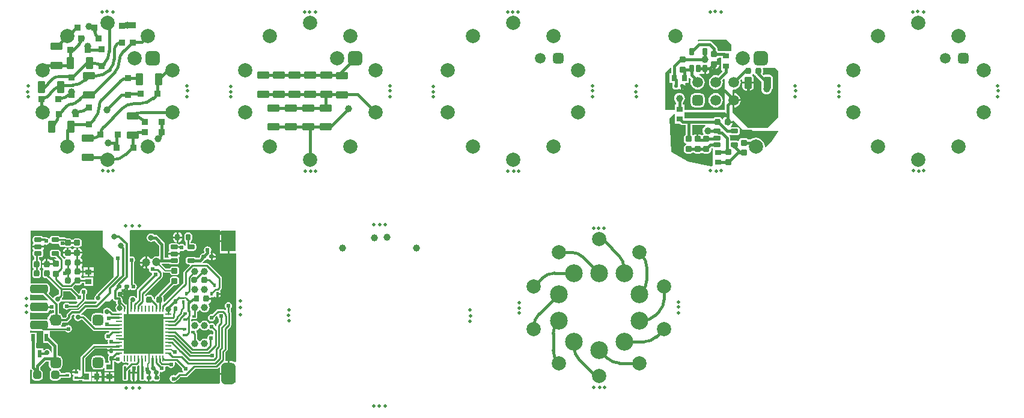
<source format=gtl>
G04 Layer_Physical_Order=1*
G04 Layer_Color=255*
%FSLAX25Y25*%
%MOIN*%
G70*
G01*
G75*
%ADD10R,0.03150X0.03543*%
G04:AMPARAMS|DCode=11|XSize=35.43mil|YSize=31.5mil|CornerRadius=7.87mil|HoleSize=0mil|Usage=FLASHONLY|Rotation=90.000|XOffset=0mil|YOffset=0mil|HoleType=Round|Shape=RoundedRectangle|*
%AMROUNDEDRECTD11*
21,1,0.03543,0.01575,0,0,90.0*
21,1,0.01969,0.03150,0,0,90.0*
1,1,0.01575,0.00787,0.00984*
1,1,0.01575,0.00787,-0.00984*
1,1,0.01575,-0.00787,-0.00984*
1,1,0.01575,-0.00787,0.00984*
%
%ADD11ROUNDEDRECTD11*%
%ADD12R,0.03543X0.03150*%
G04:AMPARAMS|DCode=13|XSize=19.69mil|YSize=23.62mil|CornerRadius=4.92mil|HoleSize=0mil|Usage=FLASHONLY|Rotation=90.000|XOffset=0mil|YOffset=0mil|HoleType=Round|Shape=RoundedRectangle|*
%AMROUNDEDRECTD13*
21,1,0.01969,0.01378,0,0,90.0*
21,1,0.00984,0.02362,0,0,90.0*
1,1,0.00984,0.00689,0.00492*
1,1,0.00984,0.00689,-0.00492*
1,1,0.00984,-0.00689,-0.00492*
1,1,0.00984,-0.00689,0.00492*
%
%ADD13ROUNDEDRECTD13*%
G04:AMPARAMS|DCode=14|XSize=35.43mil|YSize=27.56mil|CornerRadius=6.89mil|HoleSize=0mil|Usage=FLASHONLY|Rotation=90.000|XOffset=0mil|YOffset=0mil|HoleType=Round|Shape=RoundedRectangle|*
%AMROUNDEDRECTD14*
21,1,0.03543,0.01378,0,0,90.0*
21,1,0.02165,0.02756,0,0,90.0*
1,1,0.01378,0.00689,0.01083*
1,1,0.01378,0.00689,-0.01083*
1,1,0.01378,-0.00689,-0.01083*
1,1,0.01378,-0.00689,0.01083*
%
%ADD14ROUNDEDRECTD14*%
G04:AMPARAMS|DCode=15|XSize=25.59mil|YSize=43.31mil|CornerRadius=6.4mil|HoleSize=0mil|Usage=FLASHONLY|Rotation=90.000|XOffset=0mil|YOffset=0mil|HoleType=Round|Shape=RoundedRectangle|*
%AMROUNDEDRECTD15*
21,1,0.02559,0.03051,0,0,90.0*
21,1,0.01280,0.04331,0,0,90.0*
1,1,0.01280,0.01526,0.00640*
1,1,0.01280,0.01526,-0.00640*
1,1,0.01280,-0.01526,-0.00640*
1,1,0.01280,-0.01526,0.00640*
%
%ADD15ROUNDEDRECTD15*%
G04:AMPARAMS|DCode=16|XSize=45mil|YSize=45mil|CornerRadius=11.25mil|HoleSize=0mil|Usage=FLASHONLY|Rotation=90.000|XOffset=0mil|YOffset=0mil|HoleType=Round|Shape=RoundedRectangle|*
%AMROUNDEDRECTD16*
21,1,0.04500,0.02250,0,0,90.0*
21,1,0.02250,0.04500,0,0,90.0*
1,1,0.02250,0.01125,0.01125*
1,1,0.02250,0.01125,-0.01125*
1,1,0.02250,-0.01125,-0.01125*
1,1,0.02250,-0.01125,0.01125*
%
%ADD16ROUNDEDRECTD16*%
G04:AMPARAMS|DCode=17|XSize=13.78mil|YSize=21.65mil|CornerRadius=3.45mil|HoleSize=0mil|Usage=FLASHONLY|Rotation=270.000|XOffset=0mil|YOffset=0mil|HoleType=Round|Shape=RoundedRectangle|*
%AMROUNDEDRECTD17*
21,1,0.01378,0.01476,0,0,270.0*
21,1,0.00689,0.02165,0,0,270.0*
1,1,0.00689,-0.00738,-0.00345*
1,1,0.00689,-0.00738,0.00345*
1,1,0.00689,0.00738,0.00345*
1,1,0.00689,0.00738,-0.00345*
%
%ADD17ROUNDEDRECTD17*%
G04:AMPARAMS|DCode=18|XSize=19.69mil|YSize=23.62mil|CornerRadius=4.92mil|HoleSize=0mil|Usage=FLASHONLY|Rotation=0.000|XOffset=0mil|YOffset=0mil|HoleType=Round|Shape=RoundedRectangle|*
%AMROUNDEDRECTD18*
21,1,0.01969,0.01378,0,0,0.0*
21,1,0.00984,0.02362,0,0,0.0*
1,1,0.00984,0.00492,-0.00689*
1,1,0.00984,-0.00492,-0.00689*
1,1,0.00984,-0.00492,0.00689*
1,1,0.00984,0.00492,0.00689*
%
%ADD18ROUNDEDRECTD18*%
%ADD19O,0.00984X0.03347*%
%ADD20O,0.03347X0.00984*%
%ADD21R,0.22047X0.22047*%
G04:AMPARAMS|DCode=22|XSize=35.43mil|YSize=31.5mil|CornerRadius=7.87mil|HoleSize=0mil|Usage=FLASHONLY|Rotation=0.000|XOffset=0mil|YOffset=0mil|HoleType=Round|Shape=RoundedRectangle|*
%AMROUNDEDRECTD22*
21,1,0.03543,0.01575,0,0,0.0*
21,1,0.01969,0.03150,0,0,0.0*
1,1,0.01575,0.00984,-0.00787*
1,1,0.01575,-0.00984,-0.00787*
1,1,0.01575,-0.00984,0.00787*
1,1,0.01575,0.00984,0.00787*
%
%ADD22ROUNDEDRECTD22*%
G04:AMPARAMS|DCode=23|XSize=35.43mil|YSize=31.5mil|CornerRadius=0mil|HoleSize=0mil|Usage=FLASHONLY|Rotation=90.000|XOffset=0mil|YOffset=0mil|HoleType=Round|Shape=Octagon|*
%AMOCTAGOND23*
4,1,8,0.00787,0.01772,-0.00787,0.01772,-0.01575,0.00984,-0.01575,-0.00984,-0.00787,-0.01772,0.00787,-0.01772,0.01575,-0.00984,0.01575,0.00984,0.00787,0.01772,0.0*
%
%ADD23OCTAGOND23*%

G04:AMPARAMS|DCode=24|XSize=13.78mil|YSize=21.65mil|CornerRadius=3.45mil|HoleSize=0mil|Usage=FLASHONLY|Rotation=180.000|XOffset=0mil|YOffset=0mil|HoleType=Round|Shape=RoundedRectangle|*
%AMROUNDEDRECTD24*
21,1,0.01378,0.01476,0,0,180.0*
21,1,0.00689,0.02165,0,0,180.0*
1,1,0.00689,-0.00345,0.00738*
1,1,0.00689,0.00345,0.00738*
1,1,0.00689,0.00345,-0.00738*
1,1,0.00689,-0.00345,-0.00738*
%
%ADD24ROUNDEDRECTD24*%
G04:AMPARAMS|DCode=25|XSize=13.78mil|YSize=21.65mil|CornerRadius=0mil|HoleSize=0mil|Usage=FLASHONLY|Rotation=180.000|XOffset=0mil|YOffset=0mil|HoleType=Round|Shape=Octagon|*
%AMOCTAGOND25*
4,1,8,0.00345,-0.01083,-0.00345,-0.01083,-0.00689,-0.00738,-0.00689,0.00738,-0.00345,0.01083,0.00345,0.01083,0.00689,0.00738,0.00689,-0.00738,0.00345,-0.01083,0.0*
%
%ADD25OCTAGOND25*%

G04:AMPARAMS|DCode=26|XSize=15.75mil|YSize=74.8mil|CornerRadius=3.94mil|HoleSize=0mil|Usage=FLASHONLY|Rotation=180.000|XOffset=0mil|YOffset=0mil|HoleType=Round|Shape=RoundedRectangle|*
%AMROUNDEDRECTD26*
21,1,0.01575,0.06693,0,0,180.0*
21,1,0.00787,0.07480,0,0,180.0*
1,1,0.00787,-0.00394,0.03347*
1,1,0.00787,0.00394,0.03347*
1,1,0.00787,0.00394,-0.03347*
1,1,0.00787,-0.00394,-0.03347*
%
%ADD26ROUNDEDRECTD26*%
G04:AMPARAMS|DCode=27|XSize=59.06mil|YSize=59.06mil|CornerRadius=14.76mil|HoleSize=0mil|Usage=FLASHONLY|Rotation=180.000|XOffset=0mil|YOffset=0mil|HoleType=Round|Shape=RoundedRectangle|*
%AMROUNDEDRECTD27*
21,1,0.05906,0.02953,0,0,180.0*
21,1,0.02953,0.05906,0,0,180.0*
1,1,0.02953,-0.01476,0.01476*
1,1,0.02953,0.01476,0.01476*
1,1,0.02953,0.01476,-0.01476*
1,1,0.02953,-0.01476,-0.01476*
%
%ADD27ROUNDEDRECTD27*%
G04:AMPARAMS|DCode=28|XSize=98.43mil|YSize=47.24mil|CornerRadius=11.81mil|HoleSize=0mil|Usage=FLASHONLY|Rotation=180.000|XOffset=0mil|YOffset=0mil|HoleType=Round|Shape=RoundedRectangle|*
%AMROUNDEDRECTD28*
21,1,0.09843,0.02362,0,0,180.0*
21,1,0.07480,0.04724,0,0,180.0*
1,1,0.02362,-0.03740,0.01181*
1,1,0.02362,0.03740,0.01181*
1,1,0.02362,0.03740,-0.01181*
1,1,0.02362,-0.03740,-0.01181*
%
%ADD28ROUNDEDRECTD28*%
G04:AMPARAMS|DCode=29|XSize=118.11mil|YSize=78.74mil|CornerRadius=19.69mil|HoleSize=0mil|Usage=FLASHONLY|Rotation=270.000|XOffset=0mil|YOffset=0mil|HoleType=Round|Shape=RoundedRectangle|*
%AMROUNDEDRECTD29*
21,1,0.11811,0.03937,0,0,270.0*
21,1,0.07874,0.07874,0,0,270.0*
1,1,0.03937,-0.01969,-0.03937*
1,1,0.03937,-0.01969,0.03937*
1,1,0.03937,0.01969,0.03937*
1,1,0.03937,0.01969,-0.03937*
%
%ADD29ROUNDEDRECTD29*%
%ADD30R,0.07874X0.11811*%
%ADD31R,0.02165X0.04331*%
%ADD32C,0.00984*%
%ADD33C,0.01181*%
%ADD34C,0.00787*%
%ADD35C,0.01575*%
%ADD36C,0.00906*%
%ADD37C,0.01969*%
G04:AMPARAMS|DCode=38|XSize=66.93mil|YSize=43.31mil|CornerRadius=10.83mil|HoleSize=0mil|Usage=FLASHONLY|Rotation=0.000|XOffset=0mil|YOffset=0mil|HoleType=Round|Shape=RoundedRectangle|*
%AMROUNDEDRECTD38*
21,1,0.06693,0.02165,0,0,0.0*
21,1,0.04528,0.04331,0,0,0.0*
1,1,0.02165,0.02264,-0.01083*
1,1,0.02165,-0.02264,-0.01083*
1,1,0.02165,-0.02264,0.01083*
1,1,0.02165,0.02264,0.01083*
%
%ADD38ROUNDEDRECTD38*%
G04:AMPARAMS|DCode=39|XSize=35.43mil|YSize=35.43mil|CornerRadius=8.86mil|HoleSize=0mil|Usage=FLASHONLY|Rotation=270.000|XOffset=0mil|YOffset=0mil|HoleType=Round|Shape=RoundedRectangle|*
%AMROUNDEDRECTD39*
21,1,0.03543,0.01772,0,0,270.0*
21,1,0.01772,0.03543,0,0,270.0*
1,1,0.01772,-0.00886,-0.00886*
1,1,0.01772,-0.00886,0.00886*
1,1,0.01772,0.00886,0.00886*
1,1,0.01772,0.00886,-0.00886*
%
%ADD39ROUNDEDRECTD39*%
G04:AMPARAMS|DCode=40|XSize=35.43mil|YSize=35.43mil|CornerRadius=8.86mil|HoleSize=0mil|Usage=FLASHONLY|Rotation=0.000|XOffset=0mil|YOffset=0mil|HoleType=Round|Shape=RoundedRectangle|*
%AMROUNDEDRECTD40*
21,1,0.03543,0.01772,0,0,0.0*
21,1,0.01772,0.03543,0,0,0.0*
1,1,0.01772,0.00886,-0.00886*
1,1,0.01772,-0.00886,-0.00886*
1,1,0.01772,-0.00886,0.00886*
1,1,0.01772,0.00886,0.00886*
%
%ADD40ROUNDEDRECTD40*%
G04:AMPARAMS|DCode=41|XSize=66.93mil|YSize=43.31mil|CornerRadius=10.83mil|HoleSize=0mil|Usage=FLASHONLY|Rotation=90.000|XOffset=0mil|YOffset=0mil|HoleType=Round|Shape=RoundedRectangle|*
%AMROUNDEDRECTD41*
21,1,0.06693,0.02165,0,0,90.0*
21,1,0.04528,0.04331,0,0,90.0*
1,1,0.02165,0.01083,0.02264*
1,1,0.02165,0.01083,-0.02264*
1,1,0.02165,-0.01083,-0.02264*
1,1,0.02165,-0.01083,0.02264*
%
%ADD41ROUNDEDRECTD41*%
G04:AMPARAMS|DCode=42|XSize=23.62mil|YSize=43.31mil|CornerRadius=5.91mil|HoleSize=0mil|Usage=FLASHONLY|Rotation=180.000|XOffset=0mil|YOffset=0mil|HoleType=Round|Shape=RoundedRectangle|*
%AMROUNDEDRECTD42*
21,1,0.02362,0.03150,0,0,180.0*
21,1,0.01181,0.04331,0,0,180.0*
1,1,0.01181,-0.00591,0.01575*
1,1,0.01181,0.00591,0.01575*
1,1,0.01181,0.00591,-0.01575*
1,1,0.01181,-0.00591,-0.01575*
%
%ADD42ROUNDEDRECTD42*%
G04:AMPARAMS|DCode=43|XSize=19.69mil|YSize=19.69mil|CornerRadius=4.92mil|HoleSize=0mil|Usage=FLASHONLY|Rotation=180.000|XOffset=0mil|YOffset=0mil|HoleType=Round|Shape=RoundedRectangle|*
%AMROUNDEDRECTD43*
21,1,0.01969,0.00984,0,0,180.0*
21,1,0.00984,0.01969,0,0,180.0*
1,1,0.00984,-0.00492,0.00492*
1,1,0.00984,0.00492,0.00492*
1,1,0.00984,0.00492,-0.00492*
1,1,0.00984,-0.00492,-0.00492*
%
%ADD43ROUNDEDRECTD43*%
G04:AMPARAMS|DCode=44|XSize=23.62mil|YSize=43.31mil|CornerRadius=5.91mil|HoleSize=0mil|Usage=FLASHONLY|Rotation=90.000|XOffset=0mil|YOffset=0mil|HoleType=Round|Shape=RoundedRectangle|*
%AMROUNDEDRECTD44*
21,1,0.02362,0.03150,0,0,90.0*
21,1,0.01181,0.04331,0,0,90.0*
1,1,0.01181,0.01575,0.00591*
1,1,0.01181,0.01575,-0.00591*
1,1,0.01181,-0.01575,-0.00591*
1,1,0.01181,-0.01575,0.00591*
%
%ADD44ROUNDEDRECTD44*%
%ADD45C,0.01969*%
%ADD46C,0.07874*%
%ADD47C,0.05906*%
%ADD48C,0.02756*%
%ADD49C,0.04724*%
%ADD50C,0.03937*%
%ADD51C,0.02441*%
%ADD52C,0.02362*%
%ADD53C,0.03150*%
%ADD54C,0.02559*%
G04:AMPARAMS|DCode=55|XSize=78.74mil|YSize=78.74mil|CornerRadius=19.69mil|HoleSize=0mil|Usage=FLASHONLY|Rotation=180.000|XOffset=0mil|YOffset=0mil|HoleType=Round|Shape=RoundedRectangle|*
%AMROUNDEDRECTD55*
21,1,0.07874,0.03937,0,0,180.0*
21,1,0.03937,0.07874,0,0,180.0*
1,1,0.03937,-0.01969,0.01969*
1,1,0.03937,0.01969,0.01969*
1,1,0.03937,0.01969,-0.01969*
1,1,0.03937,-0.01969,-0.01969*
%
%ADD55ROUNDEDRECTD55*%
%ADD56C,0.09843*%
G36*
X407849Y220473D02*
Y217290D01*
X407751Y216831D01*
X404779D01*
X404109Y216964D01*
X400835D01*
X400662Y217222D01*
X400207Y217526D01*
Y218307D01*
X400070Y218998D01*
X399678Y219584D01*
X397316Y221947D01*
X396730Y222338D01*
X396038Y222476D01*
X390035D01*
X389486Y222367D01*
X389231Y222819D01*
X389739Y223327D01*
X404995Y223327D01*
X407849Y220473D01*
D02*
G37*
G36*
X402239Y211713D02*
X402239D01*
Y211319D01*
X402239D01*
Y206201D01*
X402619D01*
X402826Y205701D01*
X400493Y203368D01*
X400314Y203442D01*
X399286Y203577D01*
X398259Y203442D01*
X397301Y203045D01*
X396479Y202414D01*
X395847Y201592D01*
X395451Y200634D01*
X395315Y199606D01*
X395451Y198579D01*
X395847Y197621D01*
X396479Y196798D01*
X397301Y196167D01*
X398259Y195771D01*
X399286Y195635D01*
X400314Y195771D01*
X401272Y196167D01*
X402094Y196798D01*
X402725Y197621D01*
X403122Y198579D01*
X403257Y199606D01*
X403122Y200634D01*
X403048Y200813D01*
X403844Y201609D01*
X404306Y201418D01*
Y197343D01*
Y193209D01*
Y184254D01*
X382416Y184188D01*
X382062Y184541D01*
Y187303D01*
X381014D01*
Y188412D01*
X381314Y188642D01*
X381787Y189259D01*
X382084Y189977D01*
X382186Y190748D01*
X382084Y191519D01*
X381787Y192237D01*
X381314Y192854D01*
X380697Y193327D01*
X379978Y193625D01*
X379208Y193726D01*
X378437Y193625D01*
X377719Y193327D01*
X377102Y192854D01*
X376628Y192237D01*
X376331Y191519D01*
X376229Y190748D01*
X376331Y189977D01*
X376628Y189259D01*
X377102Y188642D01*
X377401Y188412D01*
Y187303D01*
X376550D01*
Y184170D01*
X371589Y184155D01*
X371235Y184508D01*
X371235Y204823D01*
X374085Y207673D01*
X374547Y207481D01*
Y204724D01*
X373794D01*
Y199213D01*
X375452D01*
Y198722D01*
X375376Y198608D01*
X375261Y198031D01*
Y197047D01*
X375376Y196471D01*
X375702Y195983D01*
X376191Y195657D01*
X376767Y195542D01*
X377751D01*
X378327Y195657D01*
X378521Y195786D01*
X378998Y195972D01*
X379492Y195642D01*
X380066Y195528D01*
Y197539D01*
X380566D01*
Y198039D01*
X382578D01*
X382464Y198614D01*
X382398Y198713D01*
X382665Y199213D01*
X384424D01*
Y201856D01*
X384924Y202064D01*
X385715Y201273D01*
X385451Y200634D01*
X385315Y199606D01*
X385451Y198579D01*
X385847Y197621D01*
X386478Y196798D01*
X387301Y196167D01*
X388259Y195771D01*
X389286Y195635D01*
X390314Y195771D01*
X391272Y196167D01*
X392094Y196798D01*
X392725Y197621D01*
X393122Y198579D01*
X393257Y199606D01*
X393122Y200634D01*
X392725Y201592D01*
X392094Y202414D01*
X391272Y203045D01*
X390314Y203442D01*
X389960Y203489D01*
X389993Y203989D01*
X390330D01*
X390950Y204112D01*
X391244Y204309D01*
X391609Y204422D01*
X391974Y204309D01*
X392268Y204112D01*
X392889Y203989D01*
X392979D01*
Y207185D01*
X393979D01*
Y203989D01*
X394070D01*
X394690Y204112D01*
X395217Y204464D01*
X395568Y204990D01*
X395692Y205610D01*
Y207322D01*
X395924Y207454D01*
X396192Y207527D01*
X396719Y207175D01*
X397416Y207036D01*
X397901D01*
Y209646D01*
X398401D01*
Y210146D01*
X401207D01*
Y210433D01*
X401069Y211130D01*
X400673Y211722D01*
X400082Y212117D01*
X399892Y212155D01*
Y212665D01*
X400076Y212701D01*
X400662Y213093D01*
X400835Y213351D01*
X402239D01*
Y211713D01*
D02*
G37*
G36*
X433834Y206102D02*
Y180413D01*
X427830Y174409D01*
X416904Y174409D01*
X408538Y182776D01*
Y185339D01*
X408786Y185556D01*
Y189606D01*
Y193656D01*
X408538Y193874D01*
Y195355D01*
X408914Y195684D01*
X409286Y195635D01*
X410314Y195771D01*
X411272Y196167D01*
X412094Y196798D01*
X412725Y197621D01*
X413122Y198579D01*
X413257Y199606D01*
X413122Y200634D01*
X413048Y200813D01*
X413494Y201259D01*
X413994Y201052D01*
Y199909D01*
X417200D01*
X420406D01*
Y201673D01*
X420244Y202486D01*
X419784Y203175D01*
X419761Y203190D01*
X419667Y203854D01*
X419853Y204132D01*
X419898Y204357D01*
X420407D01*
X420452Y204132D01*
X420844Y203546D01*
X421430Y203154D01*
X421585Y203123D01*
X421631Y203053D01*
X424640Y200045D01*
Y197146D01*
X424714Y196773D01*
X424658Y196637D01*
X424556Y195866D01*
X424658Y195095D01*
X424955Y194377D01*
X425428Y193760D01*
X426045Y193287D01*
X426764Y192989D01*
X427534Y192888D01*
X428305Y192989D01*
X429024Y193287D01*
X429640Y193760D01*
X430114Y194377D01*
X430411Y195095D01*
X430505Y195809D01*
X430859Y196339D01*
X431020Y197146D01*
Y201673D01*
X430859Y202480D01*
X430403Y203163D01*
X429719Y203620D01*
X428912Y203781D01*
X426747D01*
X426135Y203659D01*
X425414Y204380D01*
X425502Y204823D01*
Y206791D01*
X425425Y207177D01*
X425790Y207677D01*
X432259D01*
X433834Y206102D01*
D02*
G37*
G36*
X406729Y180841D02*
X406496Y180366D01*
X406381D01*
Y178059D01*
X408491D01*
Y178372D01*
X408966Y178604D01*
X414442Y173128D01*
X419461D01*
X419953Y172636D01*
X433881D01*
X434112Y172192D01*
X430093Y166437D01*
X427028Y163594D01*
X426749Y163738D01*
X426583Y163864D01*
X426417Y165129D01*
X425921Y166326D01*
X425132Y167354D01*
X424104Y168143D01*
X422907Y168639D01*
X421622Y168808D01*
X420337Y168639D01*
X419140Y168143D01*
X418758Y167850D01*
X417272D01*
X417099Y168108D01*
X416513Y168500D01*
X415822Y168637D01*
X413853D01*
X413162Y168500D01*
X412576Y168108D01*
X412184Y167522D01*
X412149Y167344D01*
X411712Y167035D01*
X411638Y167049D01*
X411097Y167157D01*
X407948D01*
X407779Y167123D01*
X407392Y167440D01*
Y168695D01*
X407255Y169386D01*
X406992Y169779D01*
X407122Y170284D01*
X407183Y170359D01*
X407295Y170393D01*
X407333Y170367D01*
X407948Y170245D01*
X411097D01*
X411712Y170367D01*
X412233Y170715D01*
X412581Y171236D01*
X412703Y171850D01*
Y173031D01*
X412581Y173646D01*
X412233Y174167D01*
X411712Y174515D01*
X411097Y174637D01*
X407948D01*
X407859Y174620D01*
X407664Y175091D01*
X407957Y175286D01*
X408352Y175877D01*
X408491Y176575D01*
Y177059D01*
X405881D01*
Y177559D01*
X405381D01*
Y180366D01*
X405093D01*
X404396Y180227D01*
X403805Y179832D01*
X403410Y179241D01*
X403372Y179050D01*
X402862D01*
X402825Y179235D01*
X402434Y179821D01*
X401848Y180212D01*
X401157Y180350D01*
X399582D01*
X398890Y180212D01*
X398304Y179821D01*
X398066Y179464D01*
X382062D01*
Y181791D01*
X382062D01*
Y182185D01*
X382062D01*
Y182874D01*
X404695D01*
X406729Y180841D01*
D02*
G37*
G36*
X393555Y175351D02*
X393466Y175314D01*
X392850Y174841D01*
X392376Y174224D01*
X392079Y173506D01*
X391977Y172735D01*
X392079Y171964D01*
X392376Y171246D01*
X392535Y171038D01*
X392301Y170523D01*
X392021Y170336D01*
X391658Y170228D01*
X391296Y170336D01*
X390929Y170581D01*
X390231Y170720D01*
X389747D01*
Y168110D01*
X388747D01*
Y170720D01*
X388263D01*
X387565Y170581D01*
X386974Y170186D01*
X386464Y170323D01*
X386231Y170479D01*
Y175851D01*
X393456D01*
X393555Y175351D01*
D02*
G37*
G36*
X376550Y181773D02*
Y176673D01*
X379311D01*
X379604Y176380D01*
X380190Y175989D01*
X380881Y175851D01*
X382618D01*
Y170479D01*
X382163Y170175D01*
X381771Y169589D01*
X381634Y168898D01*
Y167323D01*
X381771Y166632D01*
X382163Y166046D01*
X382749Y165654D01*
X382974Y165609D01*
Y165100D01*
X382749Y165055D01*
X382163Y164663D01*
X381771Y164077D01*
X381634Y163386D01*
Y161811D01*
X381771Y161120D01*
X382163Y160534D01*
X382749Y160142D01*
X383440Y160005D01*
X385408D01*
X386100Y160142D01*
X386686Y160534D01*
X386985D01*
X387572Y160142D01*
X388263Y160005D01*
X390231D01*
X390923Y160142D01*
X391300Y160394D01*
X391658Y160493D01*
X392017Y160394D01*
X392394Y160142D01*
X393086Y160005D01*
X395054D01*
X395745Y160142D01*
X396331Y160534D01*
X396723Y161120D01*
X396861Y161811D01*
Y162835D01*
X397180Y163154D01*
X397484D01*
X397810Y162936D01*
Y158169D01*
X397810D01*
Y157776D01*
X397810D01*
Y153226D01*
X396629Y153051D01*
X384129Y155610D01*
X374680Y161024D01*
X373792Y179722D01*
X376184Y182114D01*
X376550Y181773D01*
D02*
G37*
G36*
X124197Y117627D02*
Y111967D01*
X129134D01*
Y111467D01*
X129634D01*
Y104561D01*
X133169D01*
X133169Y44503D01*
X132721Y44282D01*
X132600Y44375D01*
X131877Y44674D01*
X131103Y44776D01*
X129634D01*
Y37845D01*
X129134D01*
Y37345D01*
X124171D01*
Y33908D01*
X124273Y33133D01*
X124392Y32847D01*
X124114Y32431D01*
X19094D01*
Y40010D01*
X19347Y40150D01*
X19594Y40192D01*
X20308Y39478D01*
X20007Y39027D01*
X19858Y38281D01*
Y36031D01*
X20007Y35284D01*
X20429Y34652D01*
X21062Y34229D01*
X21808Y34081D01*
X24058D01*
X24804Y34229D01*
X25437Y34652D01*
X25859Y35284D01*
X26008Y36031D01*
Y38281D01*
X25859Y39027D01*
X25437Y39659D01*
X24804Y40082D01*
X24539Y40135D01*
Y41488D01*
X27732Y44681D01*
X29385D01*
Y42569D01*
X29561Y41686D01*
X30061Y40937D01*
X30751Y40476D01*
X30817Y40185D01*
X30825Y39924D01*
X30429Y39659D01*
X30007Y39027D01*
X29858Y38281D01*
Y36031D01*
X30007Y35284D01*
X30429Y34652D01*
X31062Y34229D01*
X31808Y34081D01*
X34058D01*
X34804Y34229D01*
X35437Y34652D01*
X35860Y35284D01*
X35953Y35753D01*
X38425D01*
X38584Y35647D01*
X39026Y35559D01*
X40502D01*
X40944Y35647D01*
X41318Y35897D01*
X41568Y36271D01*
X41656Y36713D01*
Y37402D01*
X41568Y37843D01*
X41318Y38218D01*
X40944Y38468D01*
X40502Y38556D01*
X39026D01*
X38584Y38468D01*
X38425Y38362D01*
X35992D01*
X35860Y39027D01*
X35437Y39659D01*
X35150Y39851D01*
X35255Y40382D01*
X35529Y40437D01*
X36278Y40937D01*
X36778Y41686D01*
X36954Y42569D01*
Y45522D01*
X36778Y46405D01*
X36278Y47154D01*
X35529Y47654D01*
X34646Y47830D01*
X34342D01*
Y53415D01*
X34220Y54030D01*
X33872Y54551D01*
X33872Y54551D01*
X30020Y58403D01*
Y60955D01*
X30020D01*
X30048Y61443D01*
X38714D01*
X38809Y61300D01*
X39474Y60856D01*
X40257Y60701D01*
X41040Y60856D01*
X41705Y61300D01*
X42148Y61964D01*
X42304Y62748D01*
X42148Y63531D01*
X41705Y64195D01*
X41040Y64639D01*
X40257Y64795D01*
X39474Y64639D01*
X38809Y64195D01*
X38714Y64052D01*
X36419D01*
X36268Y64552D01*
X36278Y64559D01*
X36778Y65308D01*
X36954Y66191D01*
Y66263D01*
X39206D01*
X39744Y66369D01*
X40200Y66674D01*
X41722Y68196D01*
X42026Y68652D01*
X42133Y69190D01*
Y69777D01*
X42853Y70497D01*
X43341D01*
X43576Y70056D01*
X43532Y69990D01*
X43364Y69146D01*
X43532Y68301D01*
X44011Y67585D01*
X44727Y67106D01*
X45572Y66938D01*
X46417Y67106D01*
X47133Y67585D01*
X47305Y67841D01*
X47923D01*
X53781Y61983D01*
X54204Y61700D01*
X54703Y61601D01*
X62696D01*
X62887Y61139D01*
X62404Y60656D01*
X62236Y60690D01*
X61452Y60534D01*
X60788Y60090D01*
X60344Y59426D01*
X60189Y58643D01*
X60344Y57859D01*
X60788Y57195D01*
X61452Y56751D01*
X61763Y56689D01*
X62186Y56444D01*
X62030Y55661D01*
X62186Y54877D01*
X62220Y54826D01*
X61984Y54385D01*
X54508D01*
X54009Y54286D01*
X53585Y54003D01*
X47306Y47724D01*
X47023Y47300D01*
X46924Y46801D01*
Y39702D01*
X46424Y39604D01*
X46196Y39946D01*
X45751Y40243D01*
X45226Y40347D01*
X44988D01*
Y38632D01*
X44488D01*
Y38132D01*
X42410D01*
X42483Y37763D01*
X42781Y37318D01*
X42913Y37230D01*
X42934Y36648D01*
X42921Y36623D01*
X42684Y36268D01*
X42596Y35827D01*
Y35138D01*
X42684Y34696D01*
X42934Y34322D01*
X43308Y34072D01*
X43750Y33984D01*
X45226D01*
X45668Y34072D01*
X45827Y34178D01*
X48122D01*
Y33703D01*
X52846D01*
Y38821D01*
X49533D01*
Y46261D01*
X55048Y51776D01*
X61662D01*
X61979Y51390D01*
X61963Y51309D01*
Y51120D01*
X63976D01*
Y50120D01*
X61963D01*
Y49931D01*
X62079Y49349D01*
X62409Y48855D01*
X62727Y48643D01*
X62769Y48115D01*
X62754Y48069D01*
X62562Y47940D01*
X62279Y47517D01*
X62180Y47018D01*
Y45640D01*
X62279Y45141D01*
X62562Y44717D01*
X62672Y44644D01*
Y44045D01*
X60576D01*
Y45522D01*
X60400Y46405D01*
X59900Y47154D01*
X59151Y47654D01*
X58268Y47830D01*
X55315D01*
X54432Y47654D01*
X53683Y47154D01*
X53183Y46405D01*
X53007Y45522D01*
Y42569D01*
X53183Y41686D01*
X53683Y40937D01*
X54432Y40437D01*
X55315Y40261D01*
X58268D01*
X59151Y40437D01*
X59900Y40937D01*
X59933Y40987D01*
X60433Y40835D01*
Y39321D01*
X65551D01*
Y44045D01*
X65551D01*
X65631Y44512D01*
X66173D01*
X66269Y44369D01*
X66933Y43926D01*
X67716Y43770D01*
X68500Y43926D01*
X69164Y44369D01*
X69421Y44754D01*
X69952Y44649D01*
X69956Y44629D01*
X70239Y44205D01*
X70662Y43923D01*
X71161Y43823D01*
X71661Y43923D01*
X71754Y43985D01*
X72146Y44175D01*
X72538Y43985D01*
X72631Y43923D01*
X73130Y43823D01*
X73348Y43867D01*
X73594Y43406D01*
X72833Y42645D01*
X72606Y42796D01*
X72146Y42887D01*
X71358D01*
X70897Y42796D01*
X70507Y42535D01*
X70246Y42144D01*
X70154Y41683D01*
Y34990D01*
X70246Y34529D01*
X70507Y34139D01*
X70897Y33878D01*
X71358Y33786D01*
X72146D01*
X72606Y33878D01*
X72997Y34139D01*
X73258Y34529D01*
X73350Y34990D01*
Y39472D01*
X74200Y40322D01*
X74662Y40130D01*
Y38837D01*
X76476D01*
X78291D01*
Y41683D01*
X78288Y41699D01*
X78550Y42151D01*
X78974Y42434D01*
X79052Y42512D01*
X79602Y42370D01*
X79694Y42144D01*
X79603Y41683D01*
Y34990D01*
X79694Y34529D01*
X79956Y34139D01*
X80346Y33878D01*
X80807Y33786D01*
X81595D01*
X82055Y33878D01*
X82446Y34139D01*
X82998Y34064D01*
X83097Y33915D01*
X83591Y33585D01*
X84173Y33469D01*
X84362D01*
Y35482D01*
X85362D01*
Y33469D01*
X85551D01*
X86133Y33585D01*
X86627Y33915D01*
X86840Y34233D01*
X87368Y34275D01*
X87414Y34260D01*
X87542Y34068D01*
X87965Y33785D01*
X88465Y33686D01*
X89842D01*
X90342Y33785D01*
X90765Y34068D01*
X91048Y34491D01*
X91147Y34990D01*
Y35974D01*
X91048Y36474D01*
X90864Y36748D01*
X90773Y36966D01*
X90827Y37457D01*
X90949Y37641D01*
X91049Y38140D01*
Y38484D01*
X91549Y38847D01*
X92031Y38751D01*
X92815Y38906D01*
X93479Y39350D01*
X93923Y40014D01*
X94078Y40798D01*
X93928Y41552D01*
X93928Y41639D01*
X94184Y42052D01*
X95508D01*
X95800Y41614D01*
X96465Y41170D01*
X97248Y41015D01*
X98031Y41170D01*
X98696Y41614D01*
X99139Y42278D01*
X99295Y43062D01*
X99164Y43721D01*
X99448Y44152D01*
X99878Y44193D01*
X103203Y40868D01*
X103169Y40699D01*
X103325Y39915D01*
X103769Y39251D01*
X103998Y39098D01*
X103847Y38598D01*
X101819D01*
X101320Y38499D01*
X100896Y38216D01*
X99519Y36838D01*
X99307Y36980D01*
X98524Y37136D01*
X97740Y36980D01*
X97076Y36536D01*
X96632Y35872D01*
X96476Y35089D01*
X96632Y34305D01*
X97076Y33641D01*
X97740Y33197D01*
X98524Y33042D01*
X99307Y33197D01*
X99971Y33641D01*
X100149Y33907D01*
X100537Y34166D01*
X102359Y35989D01*
X105347D01*
X105846Y36088D01*
X106269Y36371D01*
X110533Y40635D01*
X122390D01*
X122889Y40735D01*
X123312Y41017D01*
X123671Y41376D01*
X124171Y41169D01*
Y38345D01*
X128634D01*
Y44776D01*
X127566D01*
X127531Y44792D01*
X127482Y44827D01*
X127194Y45276D01*
X127235Y45480D01*
Y49595D01*
X128127Y50488D01*
X128410Y50911D01*
X128509Y51410D01*
Y62299D01*
X130199Y63989D01*
X130482Y64412D01*
X130581Y64911D01*
Y70622D01*
X130537Y70846D01*
Y71747D01*
X130438Y72246D01*
X130242Y72540D01*
Y74097D01*
X130385Y74192D01*
X130828Y74856D01*
X130984Y75640D01*
X130828Y76423D01*
X130385Y77087D01*
X129720Y77531D01*
X128937Y77687D01*
X128154Y77531D01*
X127489Y77087D01*
X127046Y76423D01*
X126890Y75640D01*
X127046Y74856D01*
X127489Y74192D01*
X127632Y74097D01*
Y73340D01*
X127171Y73148D01*
X126963Y73356D01*
X126540Y73638D01*
X126041Y73738D01*
X123174D01*
X122675Y73638D01*
X122252Y73356D01*
X119859Y70963D01*
X119690Y70996D01*
X118907Y70840D01*
X118242Y70396D01*
X117799Y69732D01*
X117643Y68949D01*
X117799Y68165D01*
X118242Y67501D01*
X118907Y67057D01*
X119690Y66902D01*
X120473Y67057D01*
X121138Y67501D01*
X121581Y68165D01*
X121737Y68949D01*
X121704Y69117D01*
X122378Y69792D01*
X122920Y69627D01*
X123015Y69150D01*
X123459Y68485D01*
X123602Y68390D01*
Y66490D01*
X122739Y65627D01*
X122456Y65203D01*
X122357Y64704D01*
Y64385D01*
X121857Y64119D01*
X121789Y64165D01*
X121680Y64712D01*
X121236Y65377D01*
X120572Y65820D01*
X119788Y65976D01*
X119005Y65820D01*
X118760Y65657D01*
X118282Y65802D01*
X118199Y66002D01*
X117757Y66578D01*
X117181Y67019D01*
X116511Y67297D01*
X115791Y67392D01*
X115072Y67297D01*
X114402Y67019D01*
X113826Y66578D01*
X113396Y66018D01*
X113126Y65975D01*
X113120D01*
X112850Y66018D01*
X112420Y66578D01*
X111844Y67019D01*
X111174Y67297D01*
X110454Y67392D01*
X109735Y67297D01*
X109065Y67019D01*
X108793Y66811D01*
X108293Y67058D01*
Y67917D01*
X108793Y68199D01*
X109104Y68137D01*
X110581D01*
X111022Y68225D01*
X111397Y68475D01*
X111647Y68850D01*
X111735Y69291D01*
Y69980D01*
X111720Y70053D01*
X111759Y70248D01*
Y72170D01*
X111844Y72205D01*
X112420Y72647D01*
X112850Y73207D01*
X113120Y73250D01*
X113126D01*
X113396Y73207D01*
X113826Y72647D01*
X114402Y72205D01*
X115072Y71927D01*
X115791Y71833D01*
X116511Y71927D01*
X117181Y72205D01*
X117757Y72647D01*
X118199Y73222D01*
X118476Y73893D01*
X118571Y74612D01*
X118476Y75332D01*
X118199Y76002D01*
X118002Y76258D01*
X118210Y76809D01*
X118217Y76810D01*
X118808Y77205D01*
X119203Y77797D01*
X119342Y78494D01*
Y78978D01*
X116732D01*
Y79978D01*
X119342D01*
Y80263D01*
X119439Y80342D01*
X120128D01*
X120570Y80430D01*
X120924Y80667D01*
X120949Y80680D01*
X121531Y80659D01*
X121619Y80527D01*
X122064Y80230D01*
X122433Y80156D01*
Y82234D01*
X122933D01*
Y82734D01*
X124648D01*
Y82973D01*
X124544Y83497D01*
X124247Y83942D01*
X124236Y84054D01*
X124873Y84691D01*
X125155Y85115D01*
X125255Y85614D01*
Y91047D01*
X125155Y91546D01*
X124873Y91969D01*
X118059Y98783D01*
X117636Y99066D01*
X117137Y99165D01*
X114810D01*
X114603Y99665D01*
X115946Y101008D01*
X116161D01*
X116661Y101108D01*
X117084Y101391D01*
X117212Y101583D01*
X117258Y101598D01*
X117786Y101556D01*
X117999Y101237D01*
X118493Y100908D01*
X119075Y100792D01*
X119264D01*
Y102805D01*
Y104923D01*
X119144Y105319D01*
X119374Y105664D01*
X119530Y106447D01*
X119374Y107230D01*
X118930Y107895D01*
X118266Y108338D01*
X117483Y108494D01*
X116700Y108338D01*
X116035Y107895D01*
X115592Y107230D01*
X115436Y106447D01*
X115592Y105664D01*
X115779Y105383D01*
X114998Y104602D01*
X114784D01*
X114284Y104503D01*
X113861Y104220D01*
X113578Y103797D01*
X113479Y103297D01*
Y103082D01*
X112642Y102245D01*
X110864D01*
X110822Y102309D01*
X110350Y102624D01*
X109793Y102735D01*
X106742D01*
X106185Y102624D01*
X105713Y102309D01*
X105398Y101837D01*
X105287Y101280D01*
Y100000D01*
X105398Y99443D01*
X105713Y98971D01*
X106185Y98656D01*
X106742Y98545D01*
X107296D01*
X107487Y98083D01*
X104491Y95087D01*
X104208Y94664D01*
X104109Y94165D01*
Y88287D01*
X93509Y77687D01*
X93096Y77879D01*
X93043Y77928D01*
Y79872D01*
X92920Y80487D01*
X92572Y81007D01*
X92570Y81030D01*
X98566Y87026D01*
X100098D01*
X100713Y87148D01*
X101234Y87497D01*
X101582Y88017D01*
X101704Y88632D01*
Y90207D01*
X101582Y90821D01*
X101234Y91342D01*
X100713Y91690D01*
X100098Y91812D01*
X98130D01*
X97515Y91690D01*
X96995Y91342D01*
X96646Y90821D01*
X96524Y90207D01*
Y88674D01*
X89727Y81877D01*
X89444Y81454D01*
X89432Y81392D01*
X89248Y81356D01*
X88727Y81007D01*
X88379Y80487D01*
X88257Y79872D01*
Y79349D01*
X87757Y79106D01*
X87531Y79283D01*
Y79872D01*
X87409Y80487D01*
X87061Y81007D01*
X86540Y81356D01*
X85925Y81478D01*
X84350D01*
X83736Y81356D01*
X83215Y81007D01*
X83202Y80988D01*
X82754Y81124D01*
X82704Y81604D01*
X92107Y91008D01*
X92390Y91431D01*
X92489Y91930D01*
Y94001D01*
X92483Y94035D01*
X92943Y94281D01*
X93046Y94178D01*
X93046Y94178D01*
X93437Y93917D01*
X93898Y93825D01*
X93898Y93825D01*
X96588D01*
X96646Y93529D01*
X96995Y93008D01*
X97515Y92660D01*
X98130Y92538D01*
X100098D01*
X100713Y92660D01*
X101234Y93008D01*
X101582Y93529D01*
X101704Y94144D01*
Y95719D01*
X101582Y96333D01*
X101234Y96854D01*
X100713Y97202D01*
X100098Y97324D01*
X98130D01*
X97515Y97202D01*
X96995Y96854D01*
X96646Y96333D01*
X96627Y96234D01*
X94397D01*
X92062Y98568D01*
X92254Y99034D01*
X96222D01*
X96264Y98971D01*
X96737Y98656D01*
X97293Y98545D01*
X100345D01*
X100901Y98656D01*
X101373Y98971D01*
X101689Y99443D01*
X101800Y100000D01*
Y101280D01*
X101689Y101837D01*
X101373Y102309D01*
X101642Y102731D01*
X101889Y103100D01*
X102016Y103740D01*
Y103880D01*
X98819D01*
X95621D01*
Y103740D01*
X95749Y103100D01*
X95986Y102745D01*
X95747Y102245D01*
X93732D01*
Y109741D01*
X93732Y109741D01*
X93609Y110356D01*
X93261Y110877D01*
X93261Y110877D01*
X89666Y114472D01*
X89145Y114820D01*
X88530Y114942D01*
X88530Y114942D01*
X87890D01*
X87825Y115040D01*
X87044Y115562D01*
X86122Y115745D01*
X85200Y115562D01*
X84419Y115040D01*
X83897Y114258D01*
X83714Y113337D01*
X83897Y112415D01*
X84419Y111634D01*
X85200Y111112D01*
X86122Y110928D01*
X87044Y111112D01*
X87825Y111634D01*
X87950Y111646D01*
X90520Y109076D01*
Y103113D01*
X90105Y102835D01*
X89897Y102921D01*
X89075Y103029D01*
X88253Y102921D01*
X87486Y102604D01*
X86829Y102099D01*
X86556Y101744D01*
X85927Y101743D01*
X85764Y101955D01*
X85062Y102494D01*
X84244Y102833D01*
X83866Y102883D01*
Y99557D01*
Y96232D01*
X84244Y96281D01*
X84463Y96372D01*
X84901Y96013D01*
X84862Y95817D01*
X85018Y95034D01*
X85462Y94369D01*
X86126Y93926D01*
X86329Y93885D01*
X86706Y93313D01*
X86637Y92966D01*
X86671Y92797D01*
X78703Y84830D01*
X78421Y84406D01*
X78321Y83907D01*
Y80040D01*
X77821Y79889D01*
X77447Y80449D01*
X76731Y80928D01*
X75886Y81096D01*
X75041Y80928D01*
X74325Y80449D01*
X73846Y79733D01*
X73678Y78888D01*
X73814Y78203D01*
X73794Y78101D01*
Y76948D01*
X73630Y76814D01*
Y73868D01*
X72630D01*
Y76471D01*
X72548Y76455D01*
X72054Y76125D01*
X72049Y76125D01*
X70399Y77775D01*
Y78415D01*
X70300Y78915D01*
X70207Y79054D01*
Y79174D01*
X70100Y79711D01*
X69871Y80053D01*
X70170Y80253D01*
X70500Y80747D01*
X70616Y81329D01*
Y81518D01*
X68602D01*
Y82518D01*
X70616D01*
Y82707D01*
X70500Y83289D01*
X70170Y83783D01*
X69790Y84036D01*
X69788Y84042D01*
X69761Y84467D01*
X69790Y84592D01*
X70037Y84757D01*
X70165Y84949D01*
X70211Y84964D01*
X70739Y84922D01*
X70952Y84604D01*
X71445Y84274D01*
X72027Y84158D01*
X72216D01*
Y86171D01*
X73216D01*
Y84158D01*
X73405D01*
X73988Y84274D01*
X74481Y84604D01*
X75030Y84525D01*
X75398Y84280D01*
X76181Y84124D01*
X76964Y84280D01*
X77629Y84724D01*
X78073Y85388D01*
X78228Y86171D01*
X78073Y86955D01*
X77629Y87619D01*
X76964Y88063D01*
X76501Y88155D01*
Y99497D01*
X76644Y99592D01*
X77088Y100256D01*
X77244Y101040D01*
X77088Y101823D01*
X76644Y102487D01*
X75980Y102931D01*
X75197Y103087D01*
X74713Y102991D01*
X74213Y103352D01*
X74213Y117356D01*
X74566Y117709D01*
X124197Y117627D01*
D02*
G37*
G36*
X59252Y108219D02*
X65256Y102215D01*
Y91560D01*
X55869Y82173D01*
X55586Y81749D01*
X55541Y81523D01*
X55301Y81362D01*
X54844Y80679D01*
X54684Y79872D01*
X54797Y79305D01*
X54463Y78805D01*
X50490D01*
X50064Y79230D01*
Y81800D01*
X50168Y81869D01*
X50612Y82534D01*
X50768Y83317D01*
X50612Y84100D01*
X50168Y84765D01*
X49504Y85208D01*
X48720Y85364D01*
X47937Y85208D01*
X47273Y84765D01*
X46829Y84100D01*
X46673Y83317D01*
X46774Y82809D01*
X46455Y82391D01*
X46016Y82354D01*
X42981Y85390D01*
X42970Y86085D01*
X44048Y87164D01*
X44071Y87148D01*
X44685Y87026D01*
X46260D01*
X46874Y87148D01*
X47395Y87497D01*
X47743Y88017D01*
X47802Y88312D01*
X48856D01*
Y86528D01*
X53974D01*
Y91253D01*
X48856D01*
Y90921D01*
X47802D01*
X47743Y91215D01*
X47476Y91615D01*
X47490Y92226D01*
X47548Y92265D01*
X47943Y92856D01*
X48082Y93553D01*
Y94037D01*
X45472D01*
Y95038D01*
X48082D01*
Y95522D01*
X47943Y96219D01*
X47653Y96654D01*
X47585Y96998D01*
X47653Y97342D01*
X47943Y97777D01*
X48082Y98475D01*
Y98959D01*
X45472D01*
Y99959D01*
X48082D01*
Y100443D01*
X47943Y101140D01*
X47548Y101732D01*
X47025Y102081D01*
X46961Y102400D01*
X46964Y102635D01*
X47352Y102894D01*
X47747Y103486D01*
X47885Y104183D01*
Y104471D01*
X45079D01*
Y104971D01*
X44579D01*
Y107580D01*
X44094D01*
X43397Y107442D01*
X42826Y107060D01*
X42694Y106992D01*
X42345D01*
X42213Y107060D01*
X41642Y107442D01*
X40945Y107580D01*
X40461D01*
Y104971D01*
X39961D01*
Y104471D01*
X37154D01*
Y104183D01*
X37293Y103486D01*
X37688Y102894D01*
X38279Y102499D01*
X38578Y102440D01*
Y101930D01*
X38559Y101926D01*
X38038Y101578D01*
X37527Y101714D01*
X37524Y101730D01*
X37241Y102153D01*
X35772Y103622D01*
X35855Y104035D01*
Y105315D01*
X35744Y105872D01*
X35429Y106344D01*
X34956Y106659D01*
X34400Y106770D01*
X31348D01*
X30792Y106659D01*
X30319Y106344D01*
X30004Y105872D01*
X29893Y105315D01*
Y104035D01*
X30004Y103479D01*
X30319Y103007D01*
X30792Y102691D01*
X31348Y102580D01*
X33124D01*
X33764Y101940D01*
X33573Y101478D01*
X32283D01*
X31586Y101339D01*
X30995Y100944D01*
X30909Y100817D01*
X30409D01*
X30324Y100944D01*
X29733Y101339D01*
X29035Y101478D01*
X28748D01*
Y98671D01*
X28248D01*
Y98171D01*
X25638D01*
Y97687D01*
X25777Y96990D01*
X26172Y96399D01*
X26342Y96285D01*
Y95684D01*
X26325Y95673D01*
X25977Y95152D01*
X25855Y94538D01*
Y92569D01*
X25977Y91954D01*
X26325Y91434D01*
X26846Y91086D01*
X27461Y90963D01*
X28161D01*
X34871Y84253D01*
Y81940D01*
X34444Y81572D01*
X34351Y81590D01*
X33506Y81422D01*
X32790Y80944D01*
X32311Y80227D01*
X32295Y80145D01*
X31817Y80000D01*
X29410Y82407D01*
X29709Y82854D01*
X29861Y83622D01*
Y85984D01*
X29709Y86752D01*
X29274Y87404D01*
X28622Y87839D01*
X27854Y87991D01*
X20374D01*
X19668Y87851D01*
X19456Y87919D01*
X19170Y88074D01*
X19398Y117372D01*
X59252D01*
Y108219D01*
D02*
G37*
G36*
X44246Y80435D02*
X44213Y80266D01*
X44368Y79482D01*
X44487Y79305D01*
X44220Y78805D01*
X36838D01*
X36521Y79191D01*
X36559Y79382D01*
X36499Y79685D01*
X37098Y80284D01*
X37381Y80708D01*
X37480Y81207D01*
Y83489D01*
X41192D01*
X44246Y80435D01*
D02*
G37*
G36*
X19621Y81765D02*
X20374Y81615D01*
X26227D01*
X28886Y78956D01*
X28695Y78494D01*
X19450Y78494D01*
X19098Y78849D01*
X19119Y81503D01*
X19531Y81778D01*
X19621Y81765D01*
D02*
G37*
G36*
X55939Y77956D02*
X56021Y77826D01*
X56136Y77446D01*
X55342Y76651D01*
X49648D01*
X49110Y76544D01*
X48654Y76240D01*
X45721Y73307D01*
X42272D01*
X41734Y73200D01*
X41278Y72895D01*
X39735Y71352D01*
X39430Y70896D01*
X39323Y70359D01*
Y69771D01*
X38624Y69072D01*
X36954D01*
Y69144D01*
X36778Y70027D01*
X36278Y70776D01*
X35529Y71276D01*
X35106Y71360D01*
Y76128D01*
X34999Y76665D01*
X34924Y76779D01*
X35154Y77334D01*
X35196Y77343D01*
X35912Y77821D01*
X36033Y78002D01*
X45033D01*
X45225Y77540D01*
X44336Y76651D01*
X40816D01*
X40720Y76794D01*
X40056Y77238D01*
X39273Y77394D01*
X38489Y77238D01*
X37825Y76794D01*
X37381Y76130D01*
X37225Y75347D01*
X37381Y74563D01*
X37825Y73899D01*
X38489Y73455D01*
X39273Y73299D01*
X40056Y73455D01*
X40720Y73899D01*
X40816Y74042D01*
X44876D01*
X45375Y74142D01*
X45799Y74424D01*
X49377Y78002D01*
X55870D01*
X55939Y77956D01*
D02*
G37*
G36*
X64888Y79191D02*
X64942Y78921D01*
X65247Y78465D01*
X65702Y78161D01*
X66240Y78054D01*
X66806D01*
Y77038D01*
X66905Y76538D01*
X67183Y76122D01*
X67099Y76065D01*
X66576Y75284D01*
X66393Y74362D01*
X66576Y73441D01*
X67058Y72720D01*
X66925Y72220D01*
X65009D01*
X63915Y73314D01*
X63528Y73573D01*
X63274Y73953D01*
X62558Y74432D01*
X61713Y74600D01*
X60868Y74432D01*
X60151Y73953D01*
X59673Y73237D01*
X59505Y72392D01*
X59673Y71547D01*
X59695Y71514D01*
X59334Y71154D01*
X59151Y71276D01*
X58268Y71452D01*
X55315D01*
X54432Y71276D01*
X53683Y70776D01*
X53183Y70027D01*
X53007Y69144D01*
Y67100D01*
X52545Y66909D01*
X49385Y70068D01*
X48962Y70351D01*
X48463Y70450D01*
X47511D01*
X47359Y70775D01*
X47340Y70938D01*
X47451Y71063D01*
X50229Y73841D01*
X55924D01*
X56461Y73948D01*
X56917Y74253D01*
X60666Y78002D01*
X62992D01*
X64346Y79356D01*
X64888Y79191D01*
D02*
G37*
G36*
X30320Y73160D02*
X31103Y73004D01*
X31796Y73142D01*
X32296Y72878D01*
Y71452D01*
X31693D01*
X30810Y71276D01*
X30061Y70776D01*
X29593Y70076D01*
X29531Y70028D01*
X29089Y69453D01*
X28812Y68782D01*
X28749Y68309D01*
X28324Y67944D01*
X28232Y67916D01*
X27854Y67991D01*
X20374D01*
X19606Y67839D01*
X19535Y67791D01*
X19094Y68027D01*
Y71579D01*
X19535Y71815D01*
X19606Y71768D01*
X20374Y71615D01*
X27854D01*
X28622Y71768D01*
X29274Y72203D01*
X29709Y72854D01*
X29746Y73043D01*
X30208Y73234D01*
X30320Y73160D01*
D02*
G37*
G36*
X113396Y63207D02*
X113826Y62647D01*
X114402Y62205D01*
X115072Y61927D01*
X115791Y61833D01*
X116511Y61927D01*
X117181Y62205D01*
X117672Y62582D01*
X118212Y62632D01*
X118241Y62631D01*
X118341Y62481D01*
X119005Y62037D01*
X119788Y61882D01*
X119957Y61915D01*
X120585Y61287D01*
Y59898D01*
X120085Y59635D01*
X119390Y59774D01*
X118606Y59618D01*
X117942Y59174D01*
X117498Y58510D01*
X117343Y57727D01*
X117396Y57458D01*
X116955Y57113D01*
X116511Y57297D01*
X115791Y57392D01*
X115072Y57297D01*
X114402Y57020D01*
X113826Y56578D01*
X113396Y56018D01*
X113126Y55975D01*
X113120D01*
X112850Y56018D01*
X112420Y56578D01*
X111844Y57020D01*
X111759Y57055D01*
Y59870D01*
X111660Y60370D01*
X111377Y60793D01*
X111243Y60927D01*
Y61319D01*
X111221Y61429D01*
X111187Y61787D01*
X111543Y62080D01*
X111844Y62205D01*
X112420Y62647D01*
X112850Y63207D01*
X113120Y63249D01*
X113126D01*
X113396Y63207D01*
D02*
G37*
G36*
X19606Y61768D02*
X20374Y61615D01*
X25562D01*
X25670Y61542D01*
X26170Y61443D01*
X26251D01*
X26280Y60955D01*
X26280D01*
Y55049D01*
X28832D01*
X31131Y52750D01*
Y49622D01*
X30631Y49573D01*
X30485Y50305D01*
X30007Y51021D01*
X29290Y51499D01*
X28445Y51667D01*
X27600Y51499D01*
X26884Y51021D01*
X26779Y50864D01*
X26280Y51016D01*
Y52057D01*
X22539D01*
X22275Y52448D01*
Y54852D01*
X22539D01*
Y60758D01*
X19094D01*
Y61579D01*
X19535Y61815D01*
X19606Y61768D01*
D02*
G37*
%LPC*%
G36*
X401207Y209146D02*
X398901D01*
Y207036D01*
X399385D01*
X400082Y207175D01*
X400673Y207570D01*
X401069Y208161D01*
X401207Y208858D01*
Y209146D01*
D02*
G37*
G36*
X382578Y197039D02*
X381066D01*
Y195528D01*
X381640Y195642D01*
X382134Y195972D01*
X382464Y196465D01*
X382578Y197039D01*
D02*
G37*
G36*
X399286Y193577D02*
X398259Y193442D01*
X397301Y193045D01*
X396479Y192414D01*
X395847Y191592D01*
X395451Y190634D01*
X395315Y189606D01*
X395451Y188579D01*
X395847Y187621D01*
X396479Y186798D01*
X397301Y186167D01*
X398259Y185771D01*
X399286Y185635D01*
X400314Y185771D01*
X401272Y186167D01*
X402094Y186798D01*
X402725Y187621D01*
X403122Y188579D01*
X403257Y189606D01*
X403122Y190634D01*
X402725Y191592D01*
X402094Y192414D01*
X401272Y193045D01*
X400314Y193442D01*
X399286Y193577D01*
D02*
G37*
G36*
X390763Y193591D02*
X387810D01*
X386850Y193401D01*
X386036Y192857D01*
X385492Y192043D01*
X385301Y191083D01*
Y188130D01*
X385492Y187170D01*
X386036Y186356D01*
X386850Y185812D01*
X387810Y185621D01*
X390763D01*
X391723Y185812D01*
X392537Y186356D01*
X393081Y187170D01*
X393272Y188130D01*
Y191083D01*
X393081Y192043D01*
X392537Y192857D01*
X391723Y193401D01*
X390763Y193591D01*
D02*
G37*
G36*
X420406Y198909D02*
X417700D01*
Y195022D01*
X418283D01*
X419095Y195184D01*
X419784Y195644D01*
X420244Y196333D01*
X420406Y197146D01*
Y198909D01*
D02*
G37*
G36*
X416700D02*
X413994D01*
Y197146D01*
X414155Y196333D01*
X414616Y195644D01*
X415305Y195184D01*
X416117Y195022D01*
X416700D01*
Y198909D01*
D02*
G37*
G36*
X409786Y193527D02*
Y190106D01*
X413207D01*
X413137Y190638D01*
X412739Y191600D01*
X412106Y192426D01*
X411280Y193059D01*
X410318Y193457D01*
X409786Y193527D01*
D02*
G37*
G36*
X413207Y189106D02*
X409786D01*
Y185685D01*
X410318Y185755D01*
X411280Y186154D01*
X412106Y186787D01*
X412739Y187613D01*
X413137Y188575D01*
X413207Y189106D01*
D02*
G37*
G36*
X101476Y116338D02*
X101287D01*
Y114033D01*
X103199D01*
Y114616D01*
X103067Y115275D01*
X102694Y115834D01*
X102135Y116207D01*
X101476Y116338D01*
D02*
G37*
G36*
X100287D02*
X100098D01*
X99439Y116207D01*
X98881Y115834D01*
X98507Y115275D01*
X98376Y114616D01*
Y114033D01*
X100287D01*
Y116338D01*
D02*
G37*
G36*
X103199Y113033D02*
X101287D01*
Y110729D01*
X101476D01*
X102135Y110860D01*
X102694Y111233D01*
X103067Y111792D01*
X103199Y112451D01*
Y113033D01*
D02*
G37*
G36*
X100287D02*
X98376D01*
Y112451D01*
X98507Y111792D01*
X98881Y111233D01*
X99439Y110860D01*
X100098Y110729D01*
X100287D01*
Y113033D01*
D02*
G37*
G36*
X107382Y116121D02*
X106004D01*
X105428Y116007D01*
X104939Y115681D01*
X104613Y115192D01*
X104499Y114616D01*
Y112451D01*
X104613Y111875D01*
X104939Y111387D01*
X105388Y111087D01*
Y109695D01*
X105435Y109461D01*
X105238Y109098D01*
X104715Y109040D01*
X104499Y109363D01*
X103835Y109807D01*
X103051Y109963D01*
X102268Y109807D01*
X101641Y109388D01*
X101373Y109789D01*
X100901Y110104D01*
X100345Y110215D01*
X97293D01*
X96737Y110104D01*
X96264Y109789D01*
X95949Y109317D01*
X95838Y108760D01*
Y107480D01*
X95949Y106924D01*
X96264Y106451D01*
X95996Y106029D01*
X95749Y105660D01*
X95621Y105020D01*
Y104880D01*
X98819D01*
X102016D01*
Y105020D01*
X101889Y105660D01*
X101870Y105689D01*
X102230Y106049D01*
X102268Y106024D01*
X103051Y105868D01*
X103835Y106024D01*
X104499Y106468D01*
X104868Y107021D01*
X105325Y106992D01*
X105389Y106968D01*
X105398Y106924D01*
X105713Y106451D01*
X106185Y106136D01*
X106742Y106025D01*
X109793D01*
X110350Y106136D01*
X110822Y106451D01*
X111138Y106924D01*
X111248Y107480D01*
Y108760D01*
X111138Y109317D01*
X110822Y109789D01*
X110350Y110104D01*
X109793Y110215D01*
X108018D01*
X107998Y110235D01*
Y111087D01*
X108446Y111387D01*
X108773Y111875D01*
X108887Y112451D01*
Y114616D01*
X108773Y115192D01*
X108446Y115681D01*
X107958Y116007D01*
X107382Y116121D01*
D02*
G37*
G36*
X128634Y110967D02*
X124197D01*
Y104561D01*
X128634D01*
Y110967D01*
D02*
G37*
G36*
X120453Y104819D02*
X120264D01*
Y103305D01*
X121973D01*
X121858Y103879D01*
X121528Y104373D01*
X121035Y104703D01*
X120453Y104819D01*
D02*
G37*
G36*
X121973Y102305D02*
X120264D01*
Y100792D01*
X120453D01*
X121035Y100908D01*
X121528Y101237D01*
X121858Y101731D01*
X121973Y102305D01*
D02*
G37*
G36*
X82866Y102883D02*
X82488Y102833D01*
X81670Y102494D01*
X80968Y101955D01*
X80429Y101253D01*
X80090Y100435D01*
X80041Y100057D01*
X82866D01*
Y102883D01*
D02*
G37*
G36*
Y99057D02*
X80041D01*
X80090Y98680D01*
X80429Y97862D01*
X80968Y97159D01*
X81670Y96620D01*
X82488Y96281D01*
X82866Y96232D01*
Y99057D01*
D02*
G37*
G36*
X124648Y81734D02*
X123433D01*
Y80156D01*
X123802Y80230D01*
X124247Y80527D01*
X124544Y80972D01*
X124648Y81496D01*
Y81734D01*
D02*
G37*
G36*
X43988Y40347D02*
X43750D01*
X43225Y40243D01*
X42781Y39946D01*
X42483Y39501D01*
X42410Y39132D01*
X43988D01*
Y40347D01*
D02*
G37*
G36*
X58571Y39034D02*
X56496D01*
Y36762D01*
X58571D01*
Y39034D01*
D02*
G37*
G36*
X55496D02*
X53421D01*
Y36762D01*
X55496D01*
Y39034D01*
D02*
G37*
G36*
X65764Y38746D02*
X63492D01*
Y36671D01*
X65764D01*
Y38746D01*
D02*
G37*
G36*
X62492D02*
X60220D01*
Y36671D01*
X62492D01*
Y38746D01*
D02*
G37*
G36*
X65764Y35671D02*
X63492D01*
Y33597D01*
X65764D01*
Y35671D01*
D02*
G37*
G36*
X62492D02*
X60220D01*
Y33597D01*
X62492D01*
Y35671D01*
D02*
G37*
G36*
X78291Y37837D02*
X76976D01*
Y33590D01*
X77414Y33677D01*
X77875Y33985D01*
X78183Y34446D01*
X78291Y34990D01*
Y37837D01*
D02*
G37*
G36*
X75976D02*
X74662D01*
Y34990D01*
X74770Y34446D01*
X75078Y33985D01*
X75539Y33677D01*
X75976Y33590D01*
Y37837D01*
D02*
G37*
G36*
X58571Y35762D02*
X56496D01*
Y33490D01*
X58571D01*
Y35762D01*
D02*
G37*
G36*
X55496D02*
X53421D01*
Y33490D01*
X55496D01*
Y35762D01*
D02*
G37*
G36*
X34400Y114251D02*
X31348D01*
X30792Y114140D01*
X30319Y113824D01*
X30004Y113352D01*
X29936Y113012D01*
X29406Y112906D01*
X29400Y112914D01*
X28736Y113358D01*
X27953Y113514D01*
X27726Y113469D01*
X27264Y113560D01*
X26156D01*
X25980Y113824D01*
X25508Y114140D01*
X24951Y114251D01*
X21900D01*
X21343Y114140D01*
X20871Y113824D01*
X20555Y113352D01*
X20445Y112795D01*
Y111516D01*
X20555Y110959D01*
X20871Y110487D01*
X20602Y110065D01*
X20355Y109695D01*
X20228Y109055D01*
Y108915D01*
X23425D01*
X26623D01*
Y109055D01*
X26557Y109383D01*
X27007Y109683D01*
X27169Y109575D01*
X27953Y109419D01*
X28736Y109575D01*
X29400Y110019D01*
X29716Y110491D01*
X30265Y110535D01*
X30294Y110525D01*
X30319Y110487D01*
X30792Y110171D01*
X31348Y110061D01*
X34400D01*
X34888Y110158D01*
X35018Y109502D01*
X35462Y108838D01*
X36126Y108394D01*
X36909Y108238D01*
X37693Y108394D01*
X37891Y108526D01*
X38362Y108212D01*
X38976Y108089D01*
X40945D01*
X41559Y108212D01*
X42080Y108560D01*
X42219Y108767D01*
X42820D01*
X42959Y108560D01*
X43480Y108212D01*
X44094Y108089D01*
X46063D01*
X46678Y108212D01*
X47198Y108560D01*
X47546Y109081D01*
X47669Y109695D01*
Y111270D01*
X47546Y111884D01*
X47198Y112405D01*
X46678Y112753D01*
X46063Y112875D01*
X44094D01*
X43480Y112753D01*
X42959Y112405D01*
X42820Y112197D01*
X42219D01*
X42080Y112405D01*
X41559Y112753D01*
X40945Y112875D01*
X39413D01*
X39210Y113078D01*
X38787Y113361D01*
X38287Y113460D01*
X35672D01*
X35429Y113824D01*
X34956Y114140D01*
X34400Y114251D01*
D02*
G37*
G36*
X46063Y107580D02*
X45579D01*
Y105471D01*
X47885D01*
Y105758D01*
X47747Y106455D01*
X47352Y107047D01*
X46760Y107442D01*
X46063Y107580D01*
D02*
G37*
G36*
X39461D02*
X38976D01*
X38279Y107442D01*
X37688Y107047D01*
X37293Y106455D01*
X37154Y105758D01*
Y105471D01*
X39461D01*
Y107580D01*
D02*
G37*
G36*
X27748Y101478D02*
X27461D01*
X26763Y101339D01*
X26172Y100944D01*
X25777Y100353D01*
X25638Y99656D01*
Y99171D01*
X27748D01*
Y101478D01*
D02*
G37*
G36*
X54186Y96977D02*
X51915D01*
Y94902D01*
X54186D01*
Y96977D01*
D02*
G37*
G36*
X50915D02*
X48643D01*
Y94902D01*
X50915D01*
Y96977D01*
D02*
G37*
G36*
X54186Y93902D02*
X51915D01*
Y91828D01*
X54186D01*
Y93902D01*
D02*
G37*
G36*
X50915D02*
X48643D01*
Y91828D01*
X50915D01*
Y93902D01*
D02*
G37*
G36*
X26623Y107915D02*
X23425D01*
X20228D01*
Y107776D01*
X20355Y107136D01*
X20602Y106766D01*
X20871Y106344D01*
X20555Y105872D01*
X20445Y105315D01*
Y104035D01*
X20555Y103479D01*
X20871Y103007D01*
X21343Y102691D01*
X21432Y102673D01*
Y101158D01*
X21334Y101139D01*
X20813Y100791D01*
X20465Y100270D01*
X20343Y99656D01*
Y97687D01*
X20465Y97073D01*
X20813Y96552D01*
X21021Y96413D01*
Y95812D01*
X20813Y95673D01*
X20465Y95152D01*
X20343Y94538D01*
Y92569D01*
X20465Y91954D01*
X20813Y91434D01*
X21334Y91086D01*
X21949Y90963D01*
X23524D01*
X24138Y91086D01*
X24659Y91434D01*
X25007Y91954D01*
X25129Y92569D01*
Y94538D01*
X25007Y95152D01*
X24659Y95673D01*
X24451Y95812D01*
Y96413D01*
X24659Y96552D01*
X25007Y97073D01*
X25129Y97687D01*
Y99656D01*
X25007Y100270D01*
X24659Y100791D01*
X24138Y101139D01*
X24041Y101158D01*
Y102580D01*
X24951D01*
X25508Y102691D01*
X25980Y103007D01*
X26295Y103479D01*
X26406Y104035D01*
Y105315D01*
X26295Y105872D01*
X25980Y106344D01*
X26248Y106766D01*
X26495Y107136D01*
X26623Y107776D01*
Y107915D01*
D02*
G37*
%LPD*%
D10*
X111221Y79478D02*
D03*
X55996Y36262D02*
D03*
X50484D02*
D03*
X376353Y201969D02*
D03*
X381865D02*
D03*
D11*
X116732Y79478D02*
D03*
X85138Y78888D02*
D03*
X90650D02*
D03*
X115551Y89912D02*
D03*
X39961Y99459D02*
D03*
X45472D02*
D03*
X39961Y94538D02*
D03*
X45472D02*
D03*
X22736Y98671D02*
D03*
X28248D02*
D03*
X22736Y93553D02*
D03*
X28248D02*
D03*
X45472Y89616D02*
D03*
X39961D02*
D03*
X417397Y205807D02*
D03*
X422908D02*
D03*
X400369Y177559D02*
D03*
X405881D02*
D03*
D12*
X62992Y41683D02*
D03*
Y36171D02*
D03*
X51415Y88891D02*
D03*
Y94402D02*
D03*
X400566Y155217D02*
D03*
Y160728D02*
D03*
X404995Y214272D02*
D03*
Y208760D02*
D03*
X379306Y179232D02*
D03*
Y184744D02*
D03*
D13*
X115472Y102805D02*
D03*
X119764D02*
D03*
X68425Y86171D02*
D03*
X72716D02*
D03*
X89055Y38632D02*
D03*
X84764D02*
D03*
X89153Y35482D02*
D03*
X84862D02*
D03*
D14*
X100787Y113534D02*
D03*
X106693D02*
D03*
D15*
X98819Y108120D02*
D03*
Y104380D02*
D03*
Y100640D02*
D03*
X108268D02*
D03*
Y108120D02*
D03*
X23425Y112156D02*
D03*
Y108415D02*
D03*
Y104675D02*
D03*
X32874D02*
D03*
Y112156D02*
D03*
D16*
X32933Y37156D02*
D03*
X22933D02*
D03*
D17*
X44488Y35482D02*
D03*
Y38632D02*
D03*
X39764Y37057D02*
D03*
X105118Y71211D02*
D03*
Y68061D02*
D03*
X109843Y69636D02*
D03*
X104626Y62549D02*
D03*
Y59400D02*
D03*
X109350Y60975D02*
D03*
D18*
X63976Y46329D02*
D03*
Y50620D02*
D03*
X68602Y77727D02*
D03*
Y82018D02*
D03*
X99606Y78081D02*
D03*
Y73790D02*
D03*
D19*
X71161Y46309D02*
D03*
X73130D02*
D03*
X75098D02*
D03*
X77067D02*
D03*
X79035D02*
D03*
X81004D02*
D03*
X82972D02*
D03*
X84941D02*
D03*
X86909D02*
D03*
X88878D02*
D03*
X90847D02*
D03*
X92815D02*
D03*
Y73868D02*
D03*
X90847D02*
D03*
X88878D02*
D03*
X86909D02*
D03*
X84941D02*
D03*
X82972D02*
D03*
X81004D02*
D03*
X79035D02*
D03*
X77067D02*
D03*
X75098D02*
D03*
X73130D02*
D03*
X71161D02*
D03*
D20*
X95768Y49262D02*
D03*
Y51230D02*
D03*
Y53199D02*
D03*
Y55167D02*
D03*
Y57136D02*
D03*
Y59104D02*
D03*
Y61073D02*
D03*
Y63041D02*
D03*
Y65010D02*
D03*
Y66978D02*
D03*
Y68947D02*
D03*
Y70915D02*
D03*
X68209D02*
D03*
Y68947D02*
D03*
Y66978D02*
D03*
Y65010D02*
D03*
Y63041D02*
D03*
Y61073D02*
D03*
Y59104D02*
D03*
Y57136D02*
D03*
Y55167D02*
D03*
Y53199D02*
D03*
Y51230D02*
D03*
Y49262D02*
D03*
D21*
X81988Y60089D02*
D03*
D22*
X99114Y94931D02*
D03*
Y89419D02*
D03*
X39961Y110482D02*
D03*
Y104971D02*
D03*
X45079Y110482D02*
D03*
Y104971D02*
D03*
X33268Y93356D02*
D03*
Y98868D02*
D03*
X384424Y162599D02*
D03*
Y168110D02*
D03*
X389247D02*
D03*
Y162599D02*
D03*
X406270Y155313D02*
D03*
Y160825D02*
D03*
X380881Y212205D02*
D03*
Y206693D02*
D03*
X394070Y168110D02*
D03*
Y162599D02*
D03*
X398401Y215158D02*
D03*
Y209646D02*
D03*
X414838Y166043D02*
D03*
Y160531D02*
D03*
D23*
X110039Y89912D02*
D03*
D24*
X119783Y82234D02*
D03*
X122933D02*
D03*
X121358Y86959D02*
D03*
X107283Y77510D02*
D03*
X105709Y82234D02*
D03*
D25*
X104134Y77510D02*
D03*
D26*
X81201Y38337D02*
D03*
X76476D02*
D03*
X71752D02*
D03*
D27*
X33169Y67667D02*
D03*
X56791D02*
D03*
X33169Y44045D02*
D03*
X56791D02*
D03*
X311860Y212894D02*
D03*
X389286Y189606D02*
D03*
X536713Y212894D02*
D03*
D28*
X24114Y84803D02*
D03*
Y74803D02*
D03*
Y64803D02*
D03*
D29*
X129134Y37845D02*
D03*
D30*
Y111467D02*
D03*
D31*
X24409Y49104D02*
D03*
X20669Y57805D02*
D03*
X28150Y58002D02*
D03*
D32*
X121656Y43712D02*
X124159Y46214D01*
X122390Y41940D02*
X125930Y45480D01*
X68602Y82057D02*
X72716Y86171D01*
X68602Y82018D02*
Y82057D01*
X101496Y79971D02*
X104454D01*
X107185Y91426D02*
X110372Y94612D01*
X107185Y83711D02*
Y91426D01*
X79626Y83907D02*
X88684Y92966D01*
X105709Y82234D02*
X107185Y83711D01*
X76676Y38536D02*
Y40798D01*
X75390Y43356D02*
X78051D01*
X71752Y39719D02*
X75390Y43356D01*
X81004Y39616D02*
Y46309D01*
X79035Y44341D02*
Y46309D01*
X78051Y43356D02*
X79035Y44341D01*
X95768Y49262D02*
X95903D01*
X107520Y47853D02*
Y47886D01*
X91185Y91930D02*
Y94001D01*
X81398Y82143D02*
X91185Y91930D01*
X86910Y95817D02*
X87261Y95466D01*
X89720D01*
X91185Y94001D01*
X79626Y78682D02*
Y83907D01*
X108375Y49593D02*
X117871D01*
X31087Y101821D02*
X33268Y99640D01*
Y98868D02*
Y99640D01*
X28248Y98671D02*
X28445Y98868D01*
X33268D01*
X45079Y94931D02*
X45472Y94538D01*
X39961Y104971D02*
X45079D01*
X61713Y72392D02*
X62992D01*
X75098Y78101D02*
X75886Y78888D01*
X75098Y73868D02*
Y78101D01*
X77067Y76230D02*
X77658Y76821D01*
X79035Y75586D02*
X81398Y77948D01*
X79035Y73868D02*
Y75586D01*
X77067Y73868D02*
Y76230D01*
X77765Y76821D02*
X79626Y78682D01*
X77658Y76821D02*
X77765D01*
X105610Y79675D02*
X107283Y78002D01*
X104134Y74492D02*
Y77510D01*
X102920Y73278D02*
X104134Y74492D01*
X102920Y72556D02*
Y73278D01*
X66575Y48927D02*
X67874D01*
X63976Y46329D02*
X66575Y48927D01*
X62992Y41683D02*
X63976Y42667D01*
Y46329D01*
X122933Y76031D02*
Y82234D01*
X123950Y85614D02*
Y91047D01*
X122933Y84597D02*
X123950Y85614D01*
X117137Y97860D02*
X123950Y91047D01*
X124907Y66146D02*
Y69933D01*
Y66146D02*
X125005Y66048D01*
X126041Y72433D02*
X127461Y71013D01*
Y69933D02*
Y71013D01*
Y69933D02*
X127505Y69888D01*
Y65645D02*
Y69888D01*
X128937Y72042D02*
X129232Y71747D01*
Y70667D02*
Y71747D01*
Y70667D02*
X129277Y70622D01*
Y64911D02*
Y70622D01*
X127205Y62839D02*
X129277Y64911D01*
X36319Y96408D02*
Y101230D01*
X33268Y93356D02*
X36319Y96408D01*
X32874Y104675D02*
X36319Y101230D01*
X102264Y68586D02*
X104888Y71211D01*
X99401Y65010D02*
X102264Y67873D01*
Y68586D01*
X95768Y65010D02*
X99401D01*
X107283Y72425D02*
Y72564D01*
X107480Y70193D02*
Y72228D01*
X102756Y72392D02*
X102920Y72556D01*
X102756Y71584D02*
Y72392D01*
X54508Y53081D02*
X68090D01*
X125433Y63573D02*
X127505Y65645D01*
X127205Y51410D02*
Y62839D01*
X128937Y72042D02*
Y75640D01*
X125433Y52144D02*
Y63573D01*
X123661Y52878D02*
Y64704D01*
X125005Y66048D01*
X123174Y72433D02*
X126041D01*
X119690Y68949D02*
X123174Y72433D01*
X64369Y55167D02*
X68209D01*
X63976Y55560D02*
X64077Y55661D01*
X64587Y51230D02*
X68209D01*
X63976Y50620D02*
X64587Y51230D01*
X67874Y48927D02*
X68209Y49262D01*
X68090Y53081D02*
X68209Y53199D01*
X122387Y51603D02*
X123661Y52878D01*
X122387Y46948D02*
Y51603D01*
X120922Y45483D02*
X122387Y46948D01*
X121890Y53612D02*
Y61827D01*
X117871Y49593D02*
X121890Y53612D01*
X119039Y53267D02*
Y57376D01*
X117137Y51364D02*
X119039Y53267D01*
X125930Y45480D02*
Y50136D01*
X127205Y51410D01*
X119099Y72197D02*
X121952Y75049D01*
X124159Y50869D02*
X125433Y52144D01*
X124159Y46214D02*
Y50869D01*
X119788Y63929D02*
X121890Y61827D01*
X119039Y57376D02*
X119390Y57727D01*
X121952Y75049D02*
X122933Y76031D01*
X80709Y96900D02*
X83366Y99557D01*
X80709Y93455D02*
Y96900D01*
X82579Y99557D02*
X83366D01*
X63976Y46329D02*
X64488Y45817D01*
X67716D01*
X84252Y79774D02*
X85069D01*
X88878Y73868D02*
Y75965D01*
X90847Y73868D02*
Y78297D01*
X39961Y88435D02*
Y89616D01*
X39764Y110285D02*
X39961Y110482D01*
X36909Y110285D02*
X39764D01*
X68602Y82018D02*
X73130Y77490D01*
Y73868D02*
Y77490D01*
X71161Y73868D02*
Y75167D01*
X73130Y51230D02*
X79035Y57136D01*
X81988Y60089D01*
X68209Y57136D02*
X79035D01*
X68209Y51230D02*
X73130D01*
Y68947D02*
Y73868D01*
X90847Y68947D02*
X95768D01*
X121916Y84597D02*
X122933D01*
X119783Y82464D02*
X121916Y84597D01*
X109109Y97860D02*
X117137D01*
X76476Y38337D02*
X76676Y38536D01*
X71752Y38337D02*
Y39719D01*
X76575Y50640D02*
X76578Y50637D01*
Y50050D02*
Y50637D01*
X81004Y39616D02*
X81496Y39124D01*
X104888Y71211D02*
X105118D01*
X105512Y68061D02*
X106988Y69538D01*
X107283Y69833D01*
X106988Y61532D02*
Y69538D01*
X105118Y68061D02*
X105512D01*
X107283Y72425D02*
X107480Y72228D01*
X107283Y69997D02*
X107480Y70193D01*
X107283Y69833D02*
Y69997D01*
X110454Y70248D02*
Y74612D01*
X109843Y69636D02*
X110454Y70248D01*
Y54612D02*
Y59870D01*
X109350Y60975D02*
X110454Y59870D01*
X106988Y60701D02*
Y61532D01*
X106988Y61532D01*
X105687Y59400D02*
X106988Y60701D01*
X104626Y59400D02*
X105687D01*
X119783Y82234D02*
Y82464D01*
X110372Y94612D02*
X110454D01*
X129134Y37845D02*
X132185Y40896D01*
X115048Y94612D02*
X115791D01*
X110347Y89912D02*
X115048Y94612D01*
X110039Y89912D02*
X110347D01*
X115272Y84612D02*
X115791D01*
X38287Y112156D02*
X39961Y110482D01*
X33268Y90207D02*
Y93356D01*
X32874Y112156D02*
X38287D01*
X39961Y110482D02*
X45079D01*
X39862Y94439D02*
X39961Y94538D01*
Y99459D01*
X22736Y98671D02*
Y103986D01*
Y93553D02*
Y98671D01*
Y103986D02*
X23425Y104675D01*
X36909Y86565D02*
X41604D01*
X44655Y89616D01*
X45472D01*
X33268Y90207D02*
X36909Y86565D01*
X50689Y89616D02*
X51415Y88891D01*
X45472Y89616D02*
X50689D01*
X48760Y79230D02*
Y83278D01*
X33031Y37057D02*
X39764D01*
X32933Y37156D02*
X33031Y37057D01*
X26170Y62748D02*
X40257D01*
X24114Y64803D02*
X26170Y62748D01*
X28248Y92721D02*
X36176Y84793D01*
X41732D01*
X28248Y92721D02*
Y93553D01*
X24114Y74803D02*
X30855D01*
X44876Y75347D02*
X48760Y79230D01*
X39273Y75347D02*
X44876D01*
X30855Y74803D02*
X31103Y75051D01*
X34351Y79382D02*
X36176Y81207D01*
Y84793D01*
X62992Y72392D02*
X64468Y70915D01*
X68209D01*
X68072Y62905D02*
X68209Y63041D01*
X54703Y62905D02*
X68072D01*
X61813Y65405D02*
X62208Y65010D01*
X68209D01*
X48463Y69146D02*
X54703Y62905D01*
X45572Y69146D02*
X48463D01*
X68802Y77527D02*
X71161Y75167D01*
X48720Y83317D02*
X48760Y83278D01*
X41732Y84793D02*
X46260Y80266D01*
X95669Y71014D02*
X95768Y70915D01*
Y68947D02*
X98327D01*
X98721Y69341D01*
Y71314D01*
X99020Y71613D01*
X95768Y63041D02*
X103740D01*
X95768Y66978D02*
X98864D01*
X100492Y68607D01*
Y69320D01*
X102756Y71584D01*
X106693Y109695D02*
Y113534D01*
Y109695D02*
X108268Y108120D01*
X64666Y61073D02*
X68209D01*
X62236Y58643D02*
X64666Y61073D01*
X85069Y79774D02*
X88878Y75965D01*
X103740Y63041D02*
X104429Y62352D01*
X75197Y87156D02*
X76181Y86171D01*
X56791Y81250D02*
X67817Y92276D01*
X56791Y79872D02*
Y81250D01*
X98524Y35089D02*
X99614D01*
X101819Y37293D01*
X105347D01*
X109993Y41940D02*
X122390D01*
X105347Y37293D02*
X109993Y41940D01*
X63976Y55560D02*
X64369Y55167D01*
X107384Y45483D02*
X120922D01*
X107520Y47853D02*
X107564Y47898D01*
X107641Y47821D01*
X118605D01*
X118767Y47983D01*
X119887D01*
X109109Y51364D02*
X117137D01*
X95768Y59104D02*
X98863D01*
X95768Y61073D02*
X99400D01*
X106650Y43712D02*
X121656D01*
X46949Y35482D02*
X48228Y36762D01*
X44488Y35482D02*
X46949D01*
X48228Y36762D02*
Y46801D01*
X54508Y53081D01*
X46949Y35482D02*
X49705D01*
X50484Y36262D01*
X90650Y80955D02*
X99114Y89419D01*
X90650Y78888D02*
Y80955D01*
X90453Y78691D02*
X90847Y78297D01*
X105413Y94165D02*
X109109Y97860D01*
X99020Y71613D02*
Y73203D01*
X99606Y73790D01*
X92815Y73868D02*
Y75148D01*
X105413Y87746D01*
Y94165D01*
X118405Y89912D02*
X121358Y86959D01*
X115551Y89912D02*
X118405D01*
X81398Y77948D02*
Y82143D01*
X75197Y87156D02*
Y101040D01*
X67817Y92276D02*
Y101923D01*
X67618Y102122D02*
X67817Y101923D01*
X95669Y71014D02*
Y73728D01*
X95768Y57136D02*
X98237D01*
X95768Y55167D02*
X97700D01*
X92815Y46309D02*
X93562Y45562D01*
X95903Y49262D02*
X97832Y47333D01*
X96953Y43356D02*
X97248Y43062D01*
X99400Y61073D02*
X109109Y51364D01*
X98863Y59104D02*
X108375Y49593D01*
X98237Y57136D02*
X103217Y52156D01*
X103251D01*
X107520Y47886D01*
X97700Y55167D02*
X102483Y50384D01*
X102517D01*
X103345Y49556D01*
Y49523D02*
Y49556D01*
Y49523D02*
X107384Y45483D01*
X93562Y45562D02*
X100354D01*
X105217Y40699D01*
X97832Y47333D02*
X103029D01*
X106650Y43712D01*
X39862Y94439D02*
X39961Y94341D01*
Y89616D02*
Y94341D01*
X90847Y44582D02*
Y46309D01*
Y44582D02*
X92072Y43356D01*
X96953D01*
X88878Y44045D02*
Y46309D01*
Y44045D02*
X89314Y43609D01*
Y43515D02*
Y43609D01*
Y43515D02*
X92031Y40798D01*
X73130Y68947D02*
X81988Y60089D01*
X90847Y68947D01*
X45079Y94931D02*
Y104971D01*
D33*
X99606Y78081D02*
X101496Y79971D01*
X107283Y77510D02*
Y78002D01*
X108071Y77510D02*
X110236Y79675D01*
X107283Y77510D02*
X108071D01*
X107108Y72739D02*
X107283Y72564D01*
X107108Y72739D02*
Y77334D01*
X107283Y77510D01*
X27264Y112156D02*
X27953Y111467D01*
X23425Y112156D02*
X27264D01*
X39206Y67667D02*
X40728Y69190D01*
Y70359D01*
X42272Y71902D01*
X33701Y68199D02*
Y76128D01*
X24114Y84803D02*
X25026D01*
X24409Y49104D02*
X28090D01*
X28445Y49460D01*
X25026Y84803D02*
X33701Y76128D01*
X62795Y68947D02*
X68209D01*
X62598Y68750D02*
X62795Y68947D01*
X42272Y71902D02*
X46303D01*
X49648Y75246D01*
X66240Y83986D02*
X68425Y86171D01*
X66240Y79459D02*
X68517D01*
X68802Y79174D01*
Y74362D02*
Y77527D01*
X66240Y79459D02*
Y83986D01*
X95669Y74144D02*
X99606Y78081D01*
X55924Y75246D02*
X63441Y82764D01*
X49648Y75246D02*
X55924D01*
X63441Y82764D02*
Y85255D01*
X68425Y86171D02*
Y87455D01*
X72539Y91570D01*
X69195Y108813D02*
X70571Y107438D01*
X63441Y85255D02*
X70571Y92385D01*
Y107438D01*
X95669Y73728D02*
Y74144D01*
X65650Y114026D02*
X68307D01*
X72539Y109793D01*
Y91570D02*
Y109793D01*
X31892Y67667D02*
X39206D01*
X89055Y35581D02*
Y38632D01*
Y35581D02*
X89153Y35482D01*
X89055Y38632D02*
Y39344D01*
X87307Y41093D02*
X89055Y39344D01*
X86909Y41093D02*
Y46309D01*
X68802Y77527D02*
Y79174D01*
D34*
X104454Y79971D02*
X105315D01*
X95768Y51230D02*
X97347D01*
X105315Y79971D02*
X105610Y79675D01*
X101689Y107915D02*
X103051D01*
X98819Y108120D02*
X102846D01*
X103051Y107915D01*
X93898Y95030D02*
X99016D01*
X99114Y94931D01*
X89075Y99852D02*
X93898Y95030D01*
X97347Y51230D02*
X98694Y49883D01*
X84334Y40128D02*
X84413Y40050D01*
X98694Y49883D02*
X99449D01*
X84941Y46309D02*
Y57136D01*
X81988Y60089D02*
X84941Y57136D01*
X84334Y43287D02*
X84941Y43894D01*
Y46309D01*
X84334Y40128D02*
Y43287D01*
D35*
X20669Y41388D02*
Y57805D01*
Y41388D02*
X22933Y39124D01*
Y42153D01*
X27067Y46287D01*
X28150Y58002D02*
X32736Y53415D01*
Y44478D02*
Y46287D01*
Y53415D01*
X86122Y113337D02*
X88530D01*
X117483Y104816D02*
Y106447D01*
X115472Y102805D02*
X117483Y104816D01*
X108268Y100640D02*
X113307D01*
X115472Y102805D01*
X89075Y99852D02*
X89862Y100640D01*
X92126D01*
Y109741D01*
X88530Y113337D02*
X92126Y109741D01*
Y100640D02*
X98819D01*
X32736Y44478D02*
X33169Y44045D01*
X27067Y46287D02*
X32736D01*
X51669Y185724D02*
G03*
X51673Y185728I-6412J6420D01*
G01*
X45257Y183071D02*
G03*
X51669Y185724I0J9073D01*
G01*
X54724Y229145D02*
G03*
X54823Y227943I7393J0D01*
G01*
D02*
G03*
X56888Y223920I7295J1202D01*
G01*
X90873Y168924D02*
G03*
X92126Y171949I-3024J3024D01*
G01*
X76083Y221752D02*
G03*
X75274Y221417I0J-1144D01*
G01*
X66095Y205367D02*
G03*
X68405Y210948I-5587J5582D01*
G01*
X66092Y205364D02*
G03*
X66095Y205367I-5584J5584D01*
G01*
X62010Y232585D02*
G03*
X62008Y232587I-2140J-2137D01*
G01*
X56888Y223920D02*
G03*
X56890Y223917I5230J5226D01*
G01*
X46052Y220560D02*
G03*
X47441Y223917I-3363J3358D01*
G01*
X46049Y220557D02*
G03*
X46052Y220560I-3360J3360D01*
G01*
X30810Y200987D02*
G03*
X30807Y200984I4749J-4755D01*
G01*
X40646Y192717D02*
G03*
X40793Y192860I-5902J6192D01*
G01*
X38253Y191107D02*
G03*
X40646Y192717I-3509J7802D01*
G01*
X34744Y190354D02*
G03*
X38253Y191107I0J8554D01*
G01*
X51772Y192520D02*
G03*
X48515Y191732I0J-7129D01*
G01*
X38907Y186151D02*
G03*
X38905Y186149I3023J-3026D01*
G01*
X81865Y178470D02*
G03*
X81863Y178472I-5881J-5881D01*
G01*
X59880Y174940D02*
G03*
X59878Y174937I4369J-4369D01*
G01*
X81863Y178472D02*
G03*
X75984Y180905I-5878J-5883D01*
G01*
X80664Y182844D02*
G03*
X75984Y180905I0J-6618D01*
G01*
X35559Y202953D02*
G03*
X30810Y200987I0J-6721D01*
G01*
X58661Y208465D02*
G03*
X58658Y208468I-4039J-4039D01*
G01*
D02*
G03*
X54622Y210138I-4036J-4043D01*
G01*
X59965Y209768D02*
G03*
X62894Y216839I-7071J7071D01*
G01*
Y230448D02*
G03*
X62010Y232585I-3024J0D01*
G01*
X25295Y190354D02*
G03*
X28152Y191537I0J4039D01*
G01*
X32411Y195768D02*
G03*
X32061Y195447I3514J-4186D01*
G01*
X35925Y197047D02*
G03*
X32411Y195768I0J-5465D01*
G01*
X42618Y198031D02*
G03*
X49506Y200884I0J9742D01*
G01*
X55709Y203150D02*
G03*
X62429Y205933I0J9505D01*
G01*
X63238Y206742D02*
G03*
X65650Y212564I-5822J5822D01*
G01*
X67323Y220965D02*
G03*
X65650Y216925I4039J-4039D01*
G01*
X68986Y221654D02*
G03*
X67323Y220965I0J-2352D01*
G01*
X53081Y168504D02*
G03*
X58070Y170570I0J7057D01*
G01*
D02*
G03*
X58071Y170571I-4989J4991D01*
G01*
X59878Y174937D02*
G03*
X58071Y170571I4371J-4366D01*
G01*
X76878Y187795D02*
G03*
X69807Y184866I0J-10000D01*
G01*
X80110Y187795D02*
G03*
X87181Y190724I0J10000D01*
G01*
X64846Y156587D02*
G03*
X71917Y159516I0J10000D01*
G01*
X75988Y170279D02*
G03*
X75984Y170276I4036J-4043D01*
G01*
X80024Y171949D02*
G03*
X75988Y170279I0J-5713D01*
G01*
X32476Y176374D02*
G03*
X34843Y182087I-5713J5713D01*
G01*
X40856Y187265D02*
G03*
X38907Y186151I1073J-4140D01*
G01*
X40856Y187265D02*
G03*
X42186Y187402I0J6537D01*
G01*
D02*
G03*
X45479Y189180I-1330J6400D01*
G01*
X48515Y191732D02*
G03*
X46731Y190432I3257J-6341D01*
G01*
X70951Y217095D02*
G03*
X68405Y210948I6147J-6147D01*
G01*
X54453Y179059D02*
G03*
X57382Y186130I-7071J7071D01*
G01*
X58913Y190114D02*
G03*
X57382Y186417I3697J-3697D01*
G01*
X73327Y201969D02*
G03*
X68958Y200159I0J-6178D01*
G01*
X40793Y192860D02*
X42126Y194193D01*
X69980Y231102D02*
X75984D01*
X51669Y185724D02*
X51673Y185728D01*
X43996Y183071D02*
X45257D01*
X54823Y227943D02*
Y230512D01*
X54724Y229145D02*
Y229921D01*
X90059Y168110D02*
X90873Y168924D01*
X50886Y217520D02*
X58268D01*
X43012D02*
X46049Y220557D01*
X26870Y197047D02*
X30807Y200984D01*
X34843Y182087D02*
X38905Y186149D01*
X81865Y178470D02*
X82480Y177854D01*
X50295Y210138D02*
X51968D01*
X42323Y202165D02*
X50295Y210138D01*
X42126Y202165D02*
X42323D01*
X61811Y184252D02*
Y184744D01*
X69587Y192520D01*
X73327D01*
X92028Y172047D02*
X92126Y171949D01*
X92028Y172047D02*
Y177461D01*
X66831Y165945D02*
Y169882D01*
Y163287D02*
Y165945D01*
X66732Y165847D02*
X66831Y165945D01*
X62205Y165847D02*
X66732D01*
X75984Y231102D02*
X76083Y231201D01*
X50886Y217520D02*
Y219685D01*
X52461Y229921D02*
X54724D01*
X51673Y230709D02*
X52461Y229921D01*
X80865Y221850D02*
X84344Y225329D01*
X76476Y221850D02*
X80865D01*
X58268Y217520D02*
X58661Y217913D01*
X39672Y225329D02*
X40192D01*
X41437Y217520D02*
X43012D01*
X41339Y217421D02*
X41437Y217520D01*
X41339Y210138D02*
Y217421D01*
X40256Y209055D02*
X41339Y210138D01*
X33563Y209055D02*
X40256D01*
X25868Y206329D02*
X28594Y209055D01*
X33563D01*
X34028Y219685D02*
X39672Y225329D01*
X33563Y219685D02*
X34028D01*
X41339Y202953D02*
X42126Y202165D01*
X25295Y197047D02*
X26870D01*
X25295Y183416D02*
X25868Y182844D01*
X43012Y176280D02*
X51673D01*
X41535Y174803D02*
X43012Y176280D01*
X39672Y172940D02*
X41535Y174803D01*
X39672Y163844D02*
Y172940D01*
X60720Y157874D02*
X62008Y156587D01*
X51083Y157874D02*
X60720D01*
X66831Y169882D02*
X67520Y170571D01*
X78937Y201969D02*
X79626Y201280D01*
X73327Y192520D02*
X74114Y193307D01*
X80315D01*
X89764Y200787D02*
X90256Y201280D01*
X89764Y193307D02*
Y200787D01*
X90256Y201280D02*
X95306Y206329D01*
X98148D01*
X80664Y182844D02*
X98148D01*
X35559Y202953D02*
X41339D01*
X58661Y208465D02*
X59965Y209768D01*
X51968Y210138D02*
X54622D01*
X62894Y216839D02*
Y230448D01*
X40192Y225329D02*
X45374Y230512D01*
X25295Y183416D02*
Y190354D01*
X28152Y191537D02*
X32061Y195447D01*
X35925Y197047D02*
X36909Y198031D01*
X42618D01*
X49506Y200884D02*
X51772Y203150D01*
X55709D01*
X62430Y205933D02*
X63238Y206742D01*
X65650Y212564D02*
Y216925D01*
X68986Y221654D02*
X69980D01*
X51083Y168504D02*
X53081D01*
X59880Y174940D02*
X69807Y184866D01*
X76878Y187795D02*
X80110D01*
X87181Y190724D02*
X89764Y193307D01*
X62008Y156587D02*
X64846D01*
X71917Y159516D02*
X75984Y163583D01*
Y170276D01*
X80024Y171949D02*
X82677D01*
X30906Y174803D02*
X32476Y176374D01*
X45479Y189180D02*
X46731Y190432D01*
X52510Y191781D02*
X66092Y205364D01*
X70951Y217095D02*
X75274Y221417D01*
X76230Y221604D02*
X76476Y221850D01*
X48228Y223917D02*
Y224705D01*
X51673Y176280D02*
X54453Y179059D01*
X57382Y186130D02*
Y186417D01*
X58913Y190114D02*
X68958Y200159D01*
X73327Y201969D02*
X78937D01*
X405586Y160825D02*
Y168695D01*
X409523Y163976D02*
X412967Y160531D01*
X414838D01*
X411489D02*
X412967D01*
X406270Y155313D02*
X411489Y160531D01*
X400566Y155217D02*
X406174D01*
X406270Y155313D01*
X399483Y168110D02*
X400074Y168701D01*
X394070Y168110D02*
X399483D01*
X394070Y162599D02*
X396432Y164961D01*
X400074D01*
X400662Y160825D02*
X405586D01*
X400566Y160728D02*
X400662Y160825D01*
X405586D02*
X406270D01*
X402627Y171654D02*
X405586Y168695D01*
X400861Y171654D02*
X402627D01*
X400074Y172441D02*
X400861Y171654D01*
X399780Y172735D02*
X400074Y172441D01*
X394955Y172735D02*
X399780D01*
X400012Y177657D02*
X400732Y176937D01*
X400369Y177559D02*
X400490D01*
X405608Y172441D01*
X409523D01*
X405881Y177559D02*
Y187008D01*
Y176575D02*
Y177559D01*
X380881Y206693D02*
X381865Y205709D01*
Y201969D02*
Y205709D01*
X398401Y209646D02*
Y210531D01*
X405881Y187008D02*
X408479Y189606D01*
X409286D01*
X384424Y177657D02*
X400012D01*
X384424Y168110D02*
Y177657D01*
X389247Y162599D02*
X394070D01*
X384424D02*
X389247D01*
Y168110D02*
X389641Y167717D01*
X394070Y168110D02*
X394464Y167717D01*
X409326Y163780D02*
X409523Y163976D01*
X419423Y166043D02*
X421622Y163844D01*
X414838Y166043D02*
X419423D01*
X399286Y199606D02*
X404995Y205315D01*
X398401Y205402D02*
Y209646D01*
X394562Y201563D02*
X398401Y205402D01*
X394562Y194882D02*
Y201563D01*
X427534Y195866D02*
X427534Y195866D01*
X427534Y195866D02*
Y199114D01*
X427830Y199409D01*
X422908Y204331D02*
Y205807D01*
Y204331D02*
X427830Y199409D01*
X415487Y205807D02*
X417397D01*
X409286Y199606D02*
X415487Y205807D01*
X409286Y189606D02*
Y190000D01*
X404404Y194882D02*
X409286Y190000D01*
X394562Y194882D02*
X404404D01*
X417200Y188287D02*
Y199409D01*
Y188287D02*
X418775Y186713D01*
X389739Y207185D02*
X393479D01*
X389286Y199606D02*
Y200256D01*
X385999Y203543D02*
X389286Y200256D01*
X385999Y203543D02*
Y207185D01*
X380881Y206693D02*
X385507D01*
X385999Y207185D01*
X396038Y220669D02*
X398401Y218307D01*
X390035Y220669D02*
X396038D01*
X385999Y216634D02*
X390035Y220669D01*
X398401Y215158D02*
Y215748D01*
Y218307D01*
X380881Y212205D02*
X393184D01*
X393282Y212303D01*
Y212304D01*
Y216437D02*
X393479Y216634D01*
X393282Y212304D02*
Y216437D01*
X393479Y207185D02*
X395940D01*
X398401Y209646D01*
X380566Y197539D02*
X383223Y194882D01*
X394562D01*
X377259Y197539D02*
Y201063D01*
X376353Y201969D02*
X377259Y201063D01*
X376353Y208465D02*
X380094Y212205D01*
X380881D01*
X379306Y179232D02*
X380881Y177657D01*
X384424D01*
X379208Y184843D02*
Y190748D01*
Y184843D02*
X379306Y184744D01*
X400960Y210531D02*
Y211302D01*
X400943Y211319D02*
X400960Y211302D01*
X398401Y215158D02*
X404109D01*
X404995Y214272D01*
X397810Y215158D02*
X398401Y215748D01*
X404995Y205315D02*
Y208760D01*
Y205315D02*
X404995Y205315D01*
X376353Y201969D02*
Y208465D01*
X375664Y202658D02*
X376353Y201969D01*
X389641Y167717D02*
X394464D01*
X398401Y210531D02*
X400960D01*
X183194Y192815D02*
X200603D01*
X165773Y203445D02*
X174483D01*
X183194D01*
X189985D01*
X148351Y192815D02*
X157062D01*
X165773D02*
X174483D01*
X183194D01*
X200603D02*
X210574Y182844D01*
X157062Y192815D02*
X165773D01*
X148351Y203445D02*
X157062D01*
X165773D01*
X153863Y185433D02*
X163607D01*
X173351D01*
X183096D01*
Y192717D01*
X183194Y192815D01*
X153863Y174803D02*
X163607D01*
X173351D01*
X183096D01*
X174434Y156587D02*
Y173721D01*
X173351Y174803D02*
X174434Y173721D01*
X185556Y174803D02*
X195792Y185039D01*
X183096Y174803D02*
X185556D01*
X189985Y203445D02*
X199434Y212894D01*
X320761Y52574D02*
G03*
X323690Y45503I10000J0D01*
G01*
X331368Y37825D02*
G03*
X334547Y36508I3179J3179D01*
G01*
X338936Y46694D02*
G03*
X346007Y43765I7071J7071D01*
G01*
X358095Y82889D02*
G03*
X361024Y89960I-7071J7071D01*
G01*
Y96968D02*
G03*
X358095Y104039I-10000J0D01*
G01*
X301336Y71062D02*
G03*
X298407Y63991I7071J-7071D01*
G01*
X359276Y55496D02*
G03*
X366347Y58425I0J10000D01*
G01*
X309154Y50965D02*
G03*
X312083Y43894I10000J0D01*
G01*
Y67209D02*
G03*
X309154Y60138I7071J-7071D01*
G01*
X337894Y111121D02*
G03*
X334547Y112508I-3347J-3347D01*
G01*
X348530Y96343D02*
G03*
X345601Y103414I-10000J0D01*
G01*
X326041Y102322D02*
G03*
X318970Y105251I-7071J-7071D01*
G01*
X310016Y93717D02*
G03*
X302945Y90788I0J-10000D01*
G01*
X358735Y67307D02*
G03*
X365807Y70236I0J10000D01*
G01*
X367758Y72188D02*
G03*
X370687Y79259I-7071J7071D01*
G01*
Y86251D01*
X320761Y52574D02*
Y55496D01*
X323690Y45503D02*
X331368Y37825D01*
X334547Y36508D02*
X334646Y36606D01*
Y50984D02*
X338936Y46694D01*
X346007Y43765D02*
X356883D01*
Y105251D02*
X358095Y104039D01*
X357112Y81906D02*
X358095Y82889D01*
X361024Y89960D02*
Y96968D01*
X298407Y62765D02*
Y63991D01*
X301336Y71062D02*
X312180Y81906D01*
X348530Y55496D02*
X359276D01*
X366347Y58425D02*
X370687Y62765D01*
X309154Y50965D02*
Y60138D01*
X312083Y43894D02*
X312211Y43765D01*
X312083Y67209D02*
X312180Y67307D01*
X337894Y111121D02*
X345601Y103414D01*
X348530Y93717D02*
Y96343D01*
X312211Y105251D02*
X318970D01*
X326041Y102322D02*
X334646Y93717D01*
X298407Y86251D02*
X302945Y90788D01*
X310016Y93717D02*
X320761D01*
X357112Y67307D02*
X358735D01*
X365807Y70236D02*
X367758Y72188D01*
D36*
X84058Y40404D02*
X84334Y40128D01*
X84413Y40050D02*
X84862Y39600D01*
Y35482D02*
Y39600D01*
D37*
X121457Y115994D02*
X129626D01*
D38*
X51772Y192520D02*
D03*
Y203150D02*
D03*
X33563Y209055D02*
D03*
Y219685D02*
D03*
X51083Y157874D02*
D03*
Y168504D02*
D03*
X75984Y180905D02*
D03*
Y170276D02*
D03*
X183194Y192815D02*
D03*
Y203445D02*
D03*
X174483Y192815D02*
D03*
Y203445D02*
D03*
X165773Y192815D02*
D03*
Y203445D02*
D03*
X157062Y192815D02*
D03*
Y203445D02*
D03*
X148351Y192815D02*
D03*
Y203445D02*
D03*
X153863Y174803D02*
D03*
Y185433D02*
D03*
X163607Y174803D02*
D03*
Y185433D02*
D03*
X173351Y174803D02*
D03*
Y185433D02*
D03*
X183096Y174803D02*
D03*
Y185433D02*
D03*
X192151Y192717D02*
D03*
Y203346D02*
D03*
D39*
X82579Y177461D02*
D03*
X92028D02*
D03*
X92126Y171949D02*
D03*
X82677D02*
D03*
X76279Y163287D02*
D03*
X66831D02*
D03*
X67520Y170571D02*
D03*
X58071D02*
D03*
X89764Y193307D02*
D03*
X80315D02*
D03*
X44291Y182087D02*
D03*
X34843D02*
D03*
X25295Y190354D02*
D03*
X34744D02*
D03*
X50886Y217520D02*
D03*
X41437D02*
D03*
X47441Y223917D02*
D03*
X56890D02*
D03*
X54724Y229921D02*
D03*
X45276D02*
D03*
D40*
X73327Y192520D02*
D03*
Y201969D02*
D03*
X51673Y176280D02*
D03*
Y185728D02*
D03*
X76083Y221752D02*
D03*
Y231201D02*
D03*
X69980Y231102D02*
D03*
Y221654D02*
D03*
X42126Y192717D02*
D03*
Y202165D02*
D03*
X58661Y208465D02*
D03*
Y217913D02*
D03*
D41*
X51968Y210138D02*
D03*
X41339D02*
D03*
X35925Y197047D02*
D03*
X25295D02*
D03*
X41535Y174803D02*
D03*
X30906D02*
D03*
X90256Y201280D02*
D03*
X79626D02*
D03*
X427830Y199409D02*
D03*
X417200D02*
D03*
D42*
X385999Y216634D02*
D03*
X393479D02*
D03*
Y207185D02*
D03*
X389739D02*
D03*
X385999D02*
D03*
D43*
X377259Y197539D02*
D03*
X380566D02*
D03*
D44*
X409523Y172441D02*
D03*
Y164961D02*
D03*
X400074D02*
D03*
Y168701D02*
D03*
Y172441D02*
D03*
D45*
X263090Y73228D02*
D03*
X263189Y70079D02*
D03*
X263090Y67027D02*
D03*
X162500Y67126D02*
D03*
X162402Y70276D02*
D03*
X162500Y73327D02*
D03*
X215945Y120472D02*
D03*
X212894Y120571D02*
D03*
X209744Y120472D02*
D03*
X16929Y75689D02*
D03*
Y79626D02*
D03*
X135630Y70669D02*
D03*
Y74705D02*
D03*
X135728Y78150D02*
D03*
X75984Y29921D02*
D03*
X79724D02*
D03*
X72244Y30020D02*
D03*
X79528Y119783D02*
D03*
X75689D02*
D03*
X72047D02*
D03*
X64961Y150492D02*
D03*
X62303Y150394D02*
D03*
X59153Y150492D02*
D03*
X106102Y197539D02*
D03*
X106201Y194882D02*
D03*
X106102Y191732D02*
D03*
X17913Y191634D02*
D03*
X17815Y194291D02*
D03*
X17913Y197441D02*
D03*
X64862Y238681D02*
D03*
X61713Y238779D02*
D03*
X59055Y238681D02*
D03*
X171457Y238583D02*
D03*
X174114Y238681D02*
D03*
X177264Y238583D02*
D03*
X130315Y197343D02*
D03*
X130217Y194193D02*
D03*
X130315Y191535D02*
D03*
X218504Y191634D02*
D03*
X218602Y194783D02*
D03*
X218504Y197441D02*
D03*
X171555Y150394D02*
D03*
X174705Y150295D02*
D03*
X177362Y150394D02*
D03*
X283957Y238583D02*
D03*
X286614Y238681D02*
D03*
X289764Y238583D02*
D03*
X242815Y197343D02*
D03*
X242717Y194193D02*
D03*
X242815Y191535D02*
D03*
X331004Y191634D02*
D03*
X331102Y194783D02*
D03*
X331004Y197441D02*
D03*
X284055Y150394D02*
D03*
X287205Y150295D02*
D03*
X289862Y150394D02*
D03*
X396358Y238681D02*
D03*
X399016Y238779D02*
D03*
X402165Y238681D02*
D03*
X355217Y197441D02*
D03*
X355118Y194291D02*
D03*
X355217Y191634D02*
D03*
X443405Y191732D02*
D03*
X443504Y194882D02*
D03*
X443405Y197539D02*
D03*
X396457Y150492D02*
D03*
X399606Y150394D02*
D03*
X402264Y150492D02*
D03*
X508760Y238681D02*
D03*
X511417Y238779D02*
D03*
X514567Y238681D02*
D03*
X467618Y197441D02*
D03*
X467520Y194291D02*
D03*
X467618Y191634D02*
D03*
X555807Y191732D02*
D03*
X555905Y194882D02*
D03*
X555807Y197539D02*
D03*
X508858Y150492D02*
D03*
X512008Y150394D02*
D03*
X514665Y150492D02*
D03*
X331594Y118602D02*
D03*
X334252Y118701D02*
D03*
X337402Y118602D02*
D03*
X290453Y77362D02*
D03*
X290354Y74213D02*
D03*
X290453Y71555D02*
D03*
X378642Y71653D02*
D03*
X378740Y74803D02*
D03*
X378642Y77461D02*
D03*
X331693Y30413D02*
D03*
X334842Y30315D02*
D03*
X337500Y30413D02*
D03*
X215846Y19882D02*
D03*
X212697Y19783D02*
D03*
X209646Y19882D02*
D03*
X16831Y71850D02*
D03*
D46*
X264524Y225329D02*
D03*
X250720Y206329D02*
D03*
Y182844D02*
D03*
X264524Y163844D02*
D03*
X286860Y156587D02*
D03*
X309196Y163844D02*
D03*
X323000Y182844D02*
D03*
Y206329D02*
D03*
X309196Y225329D02*
D03*
X286860Y232587D02*
D03*
X62008D02*
D03*
X84344Y225329D02*
D03*
X98148Y206329D02*
D03*
Y182844D02*
D03*
X84344Y163844D02*
D03*
X62008Y156587D02*
D03*
X39672Y163844D02*
D03*
X25868Y182844D02*
D03*
Y206329D02*
D03*
X39672Y225329D02*
D03*
X77008Y212894D02*
D03*
X414286D02*
D03*
X421622Y163844D02*
D03*
X376951Y225329D02*
D03*
X489377D02*
D03*
X475572Y206329D02*
D03*
Y182844D02*
D03*
X489377Y163844D02*
D03*
X511713Y156587D02*
D03*
X534048Y163844D02*
D03*
X547853Y182844D02*
D03*
Y206329D02*
D03*
X534048Y225329D02*
D03*
X511713Y232587D02*
D03*
X189434Y212894D02*
D03*
X174434Y232587D02*
D03*
X196770Y225329D02*
D03*
X210574Y206329D02*
D03*
Y182844D02*
D03*
X196770Y163844D02*
D03*
X174434Y156587D02*
D03*
X152098Y163844D02*
D03*
X138294Y182844D02*
D03*
Y206329D02*
D03*
X152098Y225329D02*
D03*
X312211Y105251D02*
D03*
X298407Y86251D02*
D03*
Y62765D02*
D03*
X312211Y43765D02*
D03*
X334547Y36508D02*
D03*
X356883Y43765D02*
D03*
X370687Y62765D02*
D03*
Y86251D02*
D03*
X356883Y105251D02*
D03*
X334547Y112508D02*
D03*
D47*
X301860Y212894D02*
D03*
X409286Y199606D02*
D03*
Y189606D02*
D03*
X399286Y199606D02*
D03*
Y189606D02*
D03*
X389286Y199606D02*
D03*
X526713Y212894D02*
D03*
D48*
X75886Y78888D02*
D03*
X61713Y72392D02*
D03*
X28445Y49460D02*
D03*
X34351Y79382D02*
D03*
X45572Y69146D02*
D03*
D49*
X89075Y99852D02*
D03*
X83366Y99557D02*
D03*
D50*
X110454Y94612D02*
D03*
Y84612D02*
D03*
Y74612D02*
D03*
Y64612D02*
D03*
Y54612D02*
D03*
X115791D02*
D03*
Y94612D02*
D03*
Y64612D02*
D03*
Y84612D02*
D03*
Y74612D02*
D03*
X31497Y68063D02*
D03*
X61811Y184252D02*
D03*
X90059Y168110D02*
D03*
X62205Y165847D02*
D03*
X43996Y183071D02*
D03*
X42126Y194193D02*
D03*
X72835Y231201D02*
D03*
X50886Y219685D02*
D03*
X51673Y230709D02*
D03*
X394955Y172735D02*
D03*
X379208Y190748D02*
D03*
X427534Y195866D02*
D03*
X418775Y186713D02*
D03*
X393282Y212304D02*
D03*
X195792Y185039D02*
D03*
X233189Y107677D02*
D03*
X192245D02*
D03*
X209863Y113386D02*
D03*
X217048Y113484D02*
D03*
D51*
X115256Y34104D02*
D03*
X117483Y106447D02*
D03*
X88684Y92966D02*
D03*
X76676Y40798D02*
D03*
X86910Y95817D02*
D03*
X124907Y69933D02*
D03*
X38287Y93553D02*
D03*
X47638Y65601D02*
D03*
X129831Y111163D02*
D03*
X89075Y52412D02*
D03*
X75295Y65404D02*
D03*
X90453Y66191D02*
D03*
X131791Y54282D02*
D03*
X131988Y48376D02*
D03*
X130807Y41978D02*
D03*
X67618Y35089D02*
D03*
X60827Y50246D02*
D03*
X38091Y49360D02*
D03*
X59252Y38927D02*
D03*
X28248Y35285D02*
D03*
X45669Y48081D02*
D03*
X51279Y54380D02*
D03*
X50787Y45030D02*
D03*
X35531Y54085D02*
D03*
X64077Y55661D02*
D03*
X128937Y75640D02*
D03*
X119099Y72197D02*
D03*
X119887Y47983D02*
D03*
X119390Y57727D02*
D03*
X119690Y68949D02*
D03*
X119788Y63929D02*
D03*
X27953Y111467D02*
D03*
X67716Y45817D02*
D03*
X50984Y104971D02*
D03*
X36909Y110285D02*
D03*
X76578Y50050D02*
D03*
X129626Y115994D02*
D03*
X131299Y86664D02*
D03*
X131890Y34104D02*
D03*
X120472Y34006D02*
D03*
X110531D02*
D03*
X103051Y107915D02*
D03*
X40257Y62748D02*
D03*
X39273Y75347D02*
D03*
X31103Y75051D02*
D03*
X28169Y43436D02*
D03*
X62598Y68750D02*
D03*
X61813Y65405D02*
D03*
X48720Y83317D02*
D03*
X46260Y80266D02*
D03*
X43504Y65502D02*
D03*
X98524Y35089D02*
D03*
X84058Y40404D02*
D03*
X102854Y34793D02*
D03*
X119685Y109793D02*
D03*
X62236Y58643D02*
D03*
X76181Y86171D02*
D03*
X105217Y40699D02*
D03*
X75197Y101040D02*
D03*
X67817Y101923D02*
D03*
X97248Y43062D02*
D03*
X99449Y49883D02*
D03*
X92031Y40798D02*
D03*
D52*
X40748Y116289D02*
D03*
X53051Y116191D02*
D03*
X20669Y116093D02*
D03*
X127091Y86080D02*
D03*
X131791Y72195D02*
D03*
X90158Y116388D02*
D03*
X86319Y103691D02*
D03*
X372810Y185827D02*
D03*
Y193405D02*
D03*
X404503Y221752D02*
D03*
X415330Y177953D02*
D03*
X432259Y205512D02*
D03*
Y196457D02*
D03*
X431865Y188287D02*
D03*
Y181988D02*
D03*
X429109Y178740D02*
D03*
X398401Y181595D02*
D03*
X409129Y168405D02*
D03*
X389050Y173327D02*
D03*
X413952Y171850D02*
D03*
X417987Y171063D02*
D03*
X422515D02*
D03*
X427534Y170768D02*
D03*
X431570Y170571D02*
D03*
X428223Y166437D02*
D03*
X396235Y154429D02*
D03*
X396334Y158957D02*
D03*
X389542Y155610D02*
D03*
X385408Y156890D02*
D03*
X380487Y158858D02*
D03*
X376649Y161221D02*
D03*
X375271Y165354D02*
D03*
X375369Y169783D02*
D03*
X375467Y173622D02*
D03*
X400943Y211319D02*
D03*
D53*
X69195Y108813D02*
D03*
X86122Y113337D02*
D03*
X68802Y74362D02*
D03*
X95669Y73728D02*
D03*
X65650Y114026D02*
D03*
D54*
X56791Y79872D02*
D03*
X87307Y41093D02*
D03*
D55*
X87008Y212894D02*
D03*
X424286D02*
D03*
X199434D02*
D03*
D56*
X334646Y93717D02*
D03*
X320761D02*
D03*
X357112Y67307D02*
D03*
X334646Y50984D02*
D03*
X357112Y81906D02*
D03*
X320761Y55496D02*
D03*
X348530Y93717D02*
D03*
X312180Y67307D02*
D03*
Y81906D02*
D03*
X348530Y55496D02*
D03*
M02*

</source>
